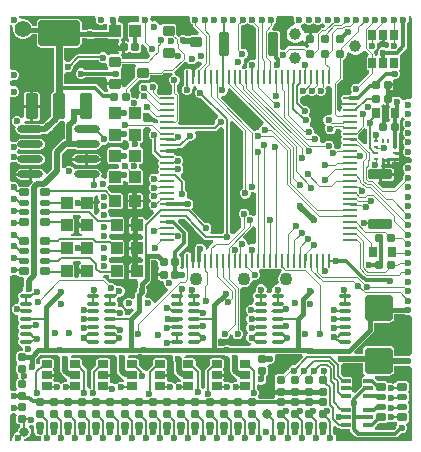
<source format=gtl>
G04*
G04 #@! TF.GenerationSoftware,Altium Limited,Altium Designer,23.4.1 (23)*
G04*
G04 Layer_Physical_Order=1*
G04 Layer_Color=255*
%FSLAX25Y25*%
%MOIN*%
G70*
G04*
G04 #@! TF.SameCoordinates,2A909AB2-6846-4FDE-AE5D-498660DCD786*
G04*
G04*
G04 #@! TF.FilePolarity,Positive*
G04*
G01*
G75*
%ADD11C,0.00984*%
%ADD12C,0.00787*%
%ADD19C,0.01968*%
%ADD20R,0.12992X0.00787*%
%ADD21R,0.06693X0.00787*%
%ADD22R,0.00787X0.12992*%
%ADD23R,0.05512X0.00787*%
%ADD24R,0.25197X0.00787*%
%ADD25R,0.00787X0.38189*%
%ADD26R,0.00787X0.09055*%
%ADD27R,0.00787X0.06299*%
%ADD28R,0.00787X0.24803*%
%ADD29R,0.00787X0.27559*%
%ADD30R,0.00787X0.14567*%
%ADD31R,0.00787X0.01575*%
G04:AMPARAMS|DCode=32|XSize=25.59mil|YSize=31.5mil|CornerRadius=2.56mil|HoleSize=0mil|Usage=FLASHONLY|Rotation=270.000|XOffset=0mil|YOffset=0mil|HoleType=Round|Shape=RoundedRectangle|*
%AMROUNDEDRECTD32*
21,1,0.02559,0.02638,0,0,270.0*
21,1,0.02047,0.03150,0,0,270.0*
1,1,0.00512,-0.01319,-0.01024*
1,1,0.00512,-0.01319,0.01024*
1,1,0.00512,0.01319,0.01024*
1,1,0.00512,0.01319,-0.01024*
%
%ADD32ROUNDEDRECTD32*%
G04:AMPARAMS|DCode=33|XSize=17.72mil|YSize=31.5mil|CornerRadius=1.77mil|HoleSize=0mil|Usage=FLASHONLY|Rotation=270.000|XOffset=0mil|YOffset=0mil|HoleType=Round|Shape=RoundedRectangle|*
%AMROUNDEDRECTD33*
21,1,0.01772,0.02795,0,0,270.0*
21,1,0.01417,0.03150,0,0,270.0*
1,1,0.00354,-0.01398,-0.00709*
1,1,0.00354,-0.01398,0.00709*
1,1,0.00354,0.01398,0.00709*
1,1,0.00354,0.01398,-0.00709*
%
%ADD33ROUNDEDRECTD33*%
G04:AMPARAMS|DCode=34|XSize=12.6mil|YSize=31.5mil|CornerRadius=1.26mil|HoleSize=0mil|Usage=FLASHONLY|Rotation=90.000|XOffset=0mil|YOffset=0mil|HoleType=Round|Shape=RoundedRectangle|*
%AMROUNDEDRECTD34*
21,1,0.01260,0.02898,0,0,90.0*
21,1,0.01008,0.03150,0,0,90.0*
1,1,0.00252,0.01449,0.00504*
1,1,0.00252,0.01449,-0.00504*
1,1,0.00252,-0.01449,-0.00504*
1,1,0.00252,-0.01449,0.00504*
%
%ADD34ROUNDEDRECTD34*%
%ADD35O,0.04724X0.00866*%
%ADD36O,0.00866X0.04724*%
%ADD37O,0.04331X0.01181*%
G04:AMPARAMS|DCode=38|XSize=23.62mil|YSize=35.43mil|CornerRadius=2.36mil|HoleSize=0mil|Usage=FLASHONLY|Rotation=180.000|XOffset=0mil|YOffset=0mil|HoleType=Round|Shape=RoundedRectangle|*
%AMROUNDEDRECTD38*
21,1,0.02362,0.03071,0,0,180.0*
21,1,0.01890,0.03543,0,0,180.0*
1,1,0.00472,-0.00945,0.01535*
1,1,0.00472,0.00945,0.01535*
1,1,0.00472,0.00945,-0.01535*
1,1,0.00472,-0.00945,-0.01535*
%
%ADD38ROUNDEDRECTD38*%
G04:AMPARAMS|DCode=39|XSize=27.56mil|YSize=23.62mil|CornerRadius=2.36mil|HoleSize=0mil|Usage=FLASHONLY|Rotation=90.000|XOffset=0mil|YOffset=0mil|HoleType=Round|Shape=RoundedRectangle|*
%AMROUNDEDRECTD39*
21,1,0.02756,0.01890,0,0,90.0*
21,1,0.02284,0.02362,0,0,90.0*
1,1,0.00472,0.00945,0.01142*
1,1,0.00472,0.00945,-0.01142*
1,1,0.00472,-0.00945,-0.01142*
1,1,0.00472,-0.00945,0.01142*
%
%ADD39ROUNDEDRECTD39*%
%ADD40R,0.01378X0.00984*%
%ADD41R,0.00984X0.01378*%
G04:AMPARAMS|DCode=42|XSize=31.5mil|YSize=78.74mil|CornerRadius=3.15mil|HoleSize=0mil|Usage=FLASHONLY|Rotation=90.000|XOffset=0mil|YOffset=0mil|HoleType=Round|Shape=RoundedRectangle|*
%AMROUNDEDRECTD42*
21,1,0.03150,0.07244,0,0,90.0*
21,1,0.02520,0.07874,0,0,90.0*
1,1,0.00630,0.03622,0.01260*
1,1,0.00630,0.03622,-0.01260*
1,1,0.00630,-0.03622,-0.01260*
1,1,0.00630,-0.03622,0.01260*
%
%ADD42ROUNDEDRECTD42*%
G04:AMPARAMS|DCode=43|XSize=27.56mil|YSize=23.62mil|CornerRadius=2.36mil|HoleSize=0mil|Usage=FLASHONLY|Rotation=180.000|XOffset=0mil|YOffset=0mil|HoleType=Round|Shape=RoundedRectangle|*
%AMROUNDEDRECTD43*
21,1,0.02756,0.01890,0,0,180.0*
21,1,0.02284,0.02362,0,0,180.0*
1,1,0.00472,-0.01142,0.00945*
1,1,0.00472,0.01142,0.00945*
1,1,0.00472,0.01142,-0.00945*
1,1,0.00472,-0.01142,-0.00945*
%
%ADD43ROUNDEDRECTD43*%
G04:AMPARAMS|DCode=44|XSize=23.62mil|YSize=35.43mil|CornerRadius=2.36mil|HoleSize=0mil|Usage=FLASHONLY|Rotation=270.000|XOffset=0mil|YOffset=0mil|HoleType=Round|Shape=RoundedRectangle|*
%AMROUNDEDRECTD44*
21,1,0.02362,0.03071,0,0,270.0*
21,1,0.01890,0.03543,0,0,270.0*
1,1,0.00472,-0.01535,-0.00945*
1,1,0.00472,-0.01535,0.00945*
1,1,0.00472,0.01535,0.00945*
1,1,0.00472,0.01535,-0.00945*
%
%ADD44ROUNDEDRECTD44*%
G04:AMPARAMS|DCode=45|XSize=35.43mil|YSize=37.4mil|CornerRadius=3.54mil|HoleSize=0mil|Usage=FLASHONLY|Rotation=270.000|XOffset=0mil|YOffset=0mil|HoleType=Round|Shape=RoundedRectangle|*
%AMROUNDEDRECTD45*
21,1,0.03543,0.03032,0,0,270.0*
21,1,0.02835,0.03740,0,0,270.0*
1,1,0.00709,-0.01516,-0.01417*
1,1,0.00709,-0.01516,0.01417*
1,1,0.00709,0.01516,0.01417*
1,1,0.00709,0.01516,-0.01417*
%
%ADD45ROUNDEDRECTD45*%
%ADD46O,0.08661X0.02362*%
G04:AMPARAMS|DCode=47|XSize=43.31mil|YSize=84.65mil|CornerRadius=4.33mil|HoleSize=0mil|Usage=FLASHONLY|Rotation=0.000|XOffset=0mil|YOffset=0mil|HoleType=Round|Shape=RoundedRectangle|*
%AMROUNDEDRECTD47*
21,1,0.04331,0.07598,0,0,0.0*
21,1,0.03465,0.08465,0,0,0.0*
1,1,0.00866,0.01732,-0.03799*
1,1,0.00866,-0.01732,-0.03799*
1,1,0.00866,-0.01732,0.03799*
1,1,0.00866,0.01732,0.03799*
%
%ADD47ROUNDEDRECTD47*%
G04:AMPARAMS|DCode=48|XSize=39.37mil|YSize=43.31mil|CornerRadius=3.94mil|HoleSize=0mil|Usage=FLASHONLY|Rotation=0.000|XOffset=0mil|YOffset=0mil|HoleType=Round|Shape=RoundedRectangle|*
%AMROUNDEDRECTD48*
21,1,0.03937,0.03543,0,0,0.0*
21,1,0.03150,0.04331,0,0,0.0*
1,1,0.00787,0.01575,-0.01772*
1,1,0.00787,-0.01575,-0.01772*
1,1,0.00787,-0.01575,0.01772*
1,1,0.00787,0.01575,0.01772*
%
%ADD48ROUNDEDRECTD48*%
G04:AMPARAMS|DCode=49|XSize=27.56mil|YSize=36.22mil|CornerRadius=2.76mil|HoleSize=0mil|Usage=FLASHONLY|Rotation=0.000|XOffset=0mil|YOffset=0mil|HoleType=Round|Shape=RoundedRectangle|*
%AMROUNDEDRECTD49*
21,1,0.02756,0.03071,0,0,0.0*
21,1,0.02205,0.03622,0,0,0.0*
1,1,0.00551,0.01102,-0.01535*
1,1,0.00551,-0.01102,-0.01535*
1,1,0.00551,-0.01102,0.01535*
1,1,0.00551,0.01102,0.01535*
%
%ADD49ROUNDEDRECTD49*%
G04:AMPARAMS|DCode=50|XSize=31.5mil|YSize=78.74mil|CornerRadius=3.15mil|HoleSize=0mil|Usage=FLASHONLY|Rotation=0.000|XOffset=0mil|YOffset=0mil|HoleType=Round|Shape=RoundedRectangle|*
%AMROUNDEDRECTD50*
21,1,0.03150,0.07244,0,0,0.0*
21,1,0.02520,0.07874,0,0,0.0*
1,1,0.00630,0.01260,-0.03622*
1,1,0.00630,-0.01260,-0.03622*
1,1,0.00630,-0.01260,0.03622*
1,1,0.00630,0.01260,0.03622*
%
%ADD50ROUNDEDRECTD50*%
G04:AMPARAMS|DCode=51|XSize=35.43mil|YSize=37.4mil|CornerRadius=3.54mil|HoleSize=0mil|Usage=FLASHONLY|Rotation=270.000|XOffset=0mil|YOffset=0mil|HoleType=Round|Shape=RoundedRectangle|*
%AMROUNDEDRECTD51*
21,1,0.03543,0.03032,0,0,270.0*
21,1,0.02835,0.03740,0,0,270.0*
1,1,0.00709,-0.01516,-0.01417*
1,1,0.00709,-0.01516,0.01417*
1,1,0.00709,0.01516,0.01417*
1,1,0.00709,0.01516,-0.01417*
%
%ADD51ROUNDEDRECTD51*%
G04:AMPARAMS|DCode=52|XSize=137.8mil|YSize=84.65mil|CornerRadius=8.47mil|HoleSize=0mil|Usage=FLASHONLY|Rotation=0.000|XOffset=0mil|YOffset=0mil|HoleType=Round|Shape=RoundedRectangle|*
%AMROUNDEDRECTD52*
21,1,0.13780,0.06772,0,0,0.0*
21,1,0.12087,0.08465,0,0,0.0*
1,1,0.01693,0.06043,-0.03386*
1,1,0.01693,-0.06043,-0.03386*
1,1,0.01693,-0.06043,0.03386*
1,1,0.01693,0.06043,0.03386*
%
%ADD52ROUNDEDRECTD52*%
G04:AMPARAMS|DCode=53|XSize=43.31mil|YSize=84.65mil|CornerRadius=4.33mil|HoleSize=0mil|Usage=FLASHONLY|Rotation=0.000|XOffset=0mil|YOffset=0mil|HoleType=Round|Shape=RoundedRectangle|*
%AMROUNDEDRECTD53*
21,1,0.04331,0.07599,0,0,0.0*
21,1,0.03465,0.08465,0,0,0.0*
1,1,0.00866,0.01732,-0.03799*
1,1,0.00866,-0.01732,-0.03799*
1,1,0.00866,-0.01732,0.03799*
1,1,0.00866,0.01732,0.03799*
%
%ADD53ROUNDEDRECTD53*%
%ADD54C,0.03150*%
G04:AMPARAMS|DCode=55|XSize=86.61mil|YSize=90.55mil|CornerRadius=8.66mil|HoleSize=0mil|Usage=FLASHONLY|Rotation=90.000|XOffset=0mil|YOffset=0mil|HoleType=Round|Shape=RoundedRectangle|*
%AMROUNDEDRECTD55*
21,1,0.08661,0.07323,0,0,90.0*
21,1,0.06929,0.09055,0,0,90.0*
1,1,0.01732,0.03661,0.03465*
1,1,0.01732,0.03661,-0.03465*
1,1,0.01732,-0.03661,-0.03465*
1,1,0.01732,-0.03661,0.03465*
%
%ADD55ROUNDEDRECTD55*%
%ADD84C,0.03100*%
%ADD85C,0.00492*%
%ADD86C,0.01575*%
%ADD87C,0.01181*%
%ADD88C,0.01260*%
%ADD89C,0.02362*%
%ADD90C,0.02362*%
%ADD91C,0.04331*%
%ADD92C,0.03900*%
%ADD93C,0.05512*%
G36*
X28560Y140945D02*
X28543Y140904D01*
Y140199D01*
X28813Y139548D01*
X29311Y139049D01*
X29963Y138779D01*
X30667D01*
X31319Y139049D01*
X31433Y139163D01*
X32375Y139146D01*
X32428Y139123D01*
X32528Y138858D01*
X32473Y138583D01*
Y137236D01*
X27654D01*
X27132Y137452D01*
X26427D01*
X25776Y137182D01*
X25679Y137085D01*
X23847D01*
Y139395D01*
X23735Y139956D01*
X23418Y140431D01*
X22943Y140749D01*
X22382Y140860D01*
X10295D01*
X9735Y140749D01*
X9259Y140431D01*
X8942Y139956D01*
X8830Y139395D01*
Y138413D01*
X7524D01*
X7449Y138693D01*
X7009Y139456D01*
X6385Y140079D01*
X5622Y140520D01*
X4771Y140748D01*
X3890D01*
X3740Y140708D01*
X3727Y140711D01*
X3636Y140945D01*
X4176Y141732D01*
X28034D01*
X28560Y140945D01*
D02*
G37*
G36*
X98546Y139106D02*
X98603Y139049D01*
X99254Y138779D01*
X99959D01*
X100610Y139049D01*
X100667Y139106D01*
X101181Y139493D01*
X101696Y139106D01*
X101752Y139049D01*
X102403Y138779D01*
X103108D01*
X103760Y139049D01*
X103816Y139106D01*
X104254Y139435D01*
X104749Y139129D01*
X104860Y138303D01*
X104385Y137784D01*
X104114D01*
X103788Y137718D01*
X103511Y137534D01*
X102153Y136176D01*
X101393Y136021D01*
X101201Y136061D01*
X100610Y136306D01*
Y134193D01*
X99626D01*
Y136306D01*
X98906Y136008D01*
X98840Y135942D01*
X98455Y136009D01*
X98013Y136228D01*
X97852Y136826D01*
X97466Y137495D01*
X96922Y138039D01*
X96911Y138111D01*
X97046Y138877D01*
X97460Y139049D01*
X97517Y139106D01*
X98032Y139493D01*
X98546Y139106D01*
D02*
G37*
G36*
X60057Y140945D02*
X60039Y140904D01*
Y140199D01*
X60309Y139548D01*
X60807Y139049D01*
X60958Y138987D01*
Y138646D01*
X61023Y138320D01*
X61208Y138043D01*
X63012Y136239D01*
X62686Y135452D01*
X60571D01*
X60202Y135378D01*
X59890Y135169D01*
X59869Y135138D01*
X58561D01*
X57978Y135379D01*
X57273D01*
X56622Y135110D01*
X56182Y134670D01*
X55314Y135538D01*
Y138228D01*
X55240Y138597D01*
X55032Y138910D01*
X54719Y139118D01*
X54350Y139192D01*
X51319D01*
X50950Y139118D01*
X50638Y138910D01*
X50499Y138703D01*
X50416Y138689D01*
X50013Y138700D01*
X49679Y138784D01*
X49492Y139234D01*
X48994Y139733D01*
X48342Y140002D01*
X47638D01*
X47380Y139896D01*
X47159Y139988D01*
X46654Y140428D01*
Y140904D01*
X46637Y140945D01*
X47163Y141732D01*
X59530D01*
X60057Y140945D01*
D02*
G37*
G36*
X124901Y133055D02*
X125354D01*
X125677Y133119D01*
X126281Y132778D01*
X126459Y132438D01*
X126378Y132242D01*
Y131537D01*
X125767Y131109D01*
X125405Y130980D01*
X124754Y131250D01*
X124049D01*
X123398Y130980D01*
X122900Y130482D01*
X122630Y129831D01*
Y129126D01*
X122689Y128982D01*
X122583Y128784D01*
X122544Y128742D01*
X122003Y128347D01*
X121522Y128610D01*
Y129175D01*
X121457Y129502D01*
X121670Y130384D01*
X121673Y130388D01*
X122171Y130886D01*
X122441Y131537D01*
Y132242D01*
X122363Y132431D01*
X122478Y132657D01*
X122527Y132706D01*
X123142Y133119D01*
X123465Y133055D01*
X123917D01*
Y135433D01*
X124901D01*
Y133055D01*
D02*
G37*
G36*
X43127Y140945D02*
X43110Y140904D01*
Y140199D01*
X42512Y139586D01*
X40170D01*
X39786Y139510D01*
X39460Y139292D01*
X39243Y138967D01*
X39166Y138583D01*
Y135039D01*
X39243Y134655D01*
X39460Y134330D01*
X39636Y134213D01*
X39797Y133594D01*
X39804Y133306D01*
X39629Y133149D01*
X39400D01*
X39377Y133158D01*
X39118Y133332D01*
X38795Y133396D01*
X38342D01*
Y131411D01*
X37850D01*
D01*
X38342D01*
Y129426D01*
X38795D01*
X39118Y129490D01*
X39377Y129664D01*
X39400Y129673D01*
X40238D01*
X40260Y129664D01*
X40520Y129490D01*
X40842Y129426D01*
X42732D01*
X43055Y129490D01*
X43328Y129673D01*
X43511Y129947D01*
X43575Y130269D01*
Y132131D01*
X44017Y132360D01*
X44362Y132412D01*
X45669Y131104D01*
X45638Y131027D01*
Y130323D01*
X45907Y129672D01*
X46406Y129173D01*
X46517Y128275D01*
X45657Y127415D01*
X37392D01*
Y127980D01*
X37318Y128348D01*
X37124Y128639D01*
X37150Y128774D01*
X37358Y129361D01*
Y130919D01*
X36062D01*
Y130269D01*
X36126Y129947D01*
X36271Y129730D01*
X36205Y129438D01*
X35985Y128943D01*
X33397D01*
X33028Y128870D01*
X32891Y128778D01*
X32637Y128855D01*
X32138Y129353D01*
X31487Y129623D01*
X30782D01*
X30131Y129353D01*
X29705Y128926D01*
X22706D01*
X22322Y128850D01*
X21997Y128632D01*
X19794Y126430D01*
X19627Y126499D01*
X18922D01*
X18145Y127029D01*
Y131158D01*
X22382D01*
X22943Y131270D01*
X23418Y131588D01*
X23735Y132063D01*
X23847Y132624D01*
Y134275D01*
X25679D01*
X25776Y134178D01*
X26427Y133908D01*
X27132D01*
X27783Y134178D01*
X28031Y134426D01*
X32703D01*
X32767Y134330D01*
X33093Y134112D01*
X33477Y134036D01*
X36327D01*
X36414Y133797D01*
X36458Y133248D01*
X36309Y133149D01*
X36126Y132875D01*
X36062Y132553D01*
Y131903D01*
X37358D01*
Y133396D01*
X37247D01*
X37127Y133758D01*
X37116Y134183D01*
X37336Y134330D01*
X37554Y134655D01*
X37630Y135039D01*
Y138583D01*
X37554Y138967D01*
X37336Y139292D01*
X37010Y139510D01*
X36626Y139586D01*
X36433D01*
X36024Y140199D01*
Y140904D01*
X36007Y140945D01*
X36533Y141732D01*
X42601D01*
X43127Y140945D01*
D02*
G37*
G36*
X94702D02*
X94685Y140904D01*
Y140199D01*
X94955Y139548D01*
X95088Y139415D01*
X94762Y138627D01*
X94732D01*
X93986Y138427D01*
X93317Y138041D01*
X92770Y137495D01*
X92384Y136826D01*
X92184Y136079D01*
Y135307D01*
X92384Y134560D01*
X92770Y133891D01*
X93317Y133345D01*
X93986Y132959D01*
X94732Y132759D01*
X95504D01*
X96251Y132959D01*
X96920Y133345D01*
X97235Y133660D01*
X97287Y133668D01*
X98038Y133507D01*
X98103Y133463D01*
X98304Y132981D01*
X98906Y132378D01*
X99610Y132087D01*
X99653Y131693D01*
X99610Y131299D01*
X98909Y131009D01*
X98490Y131427D01*
X98213Y131612D01*
X97887Y131677D01*
X93087D01*
X92760Y131612D01*
X92484Y131427D01*
X91545Y130489D01*
X91395Y130551D01*
X90690D01*
X89983Y131111D01*
Y131355D01*
X89977Y131383D01*
Y135962D01*
X89907Y136315D01*
X89707Y136615D01*
X89407Y136815D01*
X89054Y136885D01*
X87615D01*
X87289Y137672D01*
X87611Y137994D01*
X87796Y138271D01*
X87861Y138597D01*
Y138987D01*
X88011Y139049D01*
X88510Y139548D01*
X88779Y140199D01*
Y140904D01*
X88762Y140945D01*
X89289Y141732D01*
X94176D01*
X94702Y140945D01*
D02*
G37*
G36*
X119515Y129124D02*
X119445Y128617D01*
X119317Y128242D01*
X119128Y128116D01*
X118946Y127842D01*
X118881Y127520D01*
Y124449D01*
X118946Y124126D01*
X119128Y123853D01*
X119402Y123670D01*
X119505Y123650D01*
X119671Y122897D01*
X119667Y122842D01*
X115956Y119131D01*
X115805Y119193D01*
X115100D01*
X114449Y118923D01*
X113951Y118425D01*
X113681Y117774D01*
Y117069D01*
X113951Y116418D01*
X114048Y116320D01*
X113722Y115533D01*
X113226D01*
X112765Y115441D01*
X112724Y115414D01*
X111297D01*
X110898Y115334D01*
X110559Y115108D01*
X110333Y114769D01*
X110253Y114370D01*
X110333Y113971D01*
X110559Y113632D01*
X110559Y113140D01*
X110395Y112894D01*
X113226D01*
Y111909D01*
X110395D01*
X110559Y111664D01*
X110559Y111171D01*
X110333Y110833D01*
X110253Y110433D01*
X110285Y110274D01*
X109852Y109640D01*
X109146Y110282D01*
Y118991D01*
X110721Y120567D01*
X110906Y120844D01*
X110971Y121170D01*
Y127229D01*
X111331Y127378D01*
X111933Y127980D01*
X112259Y128767D01*
Y129289D01*
X113046Y129615D01*
X113317Y129345D01*
X113986Y128959D01*
X114732Y128759D01*
X115505D01*
X116251Y128959D01*
X116920Y129345D01*
X117466Y129891D01*
X117541Y130021D01*
X117559Y130035D01*
X118511Y130127D01*
X119515Y129124D01*
D02*
G37*
G36*
X63151Y126559D02*
X63611D01*
X63994Y125829D01*
X62548Y124383D01*
X62495Y124303D01*
X62117Y124099D01*
X61566Y124082D01*
X61553Y124091D01*
Y121260D01*
X60569D01*
Y124091D01*
X60323Y123927D01*
X59830Y123927D01*
X59492Y124153D01*
X59092Y124233D01*
X58693Y124153D01*
X58354Y123927D01*
X58128Y123588D01*
X58049Y123189D01*
Y119331D01*
X58104Y119053D01*
Y118681D01*
X57982Y118631D01*
X57484Y118132D01*
X57214Y117481D01*
Y116776D01*
X57484Y116125D01*
X57982Y115627D01*
X58634Y115357D01*
X59338D01*
X59989Y115627D01*
X60488Y116125D01*
X60757Y116776D01*
Y117481D01*
X60729Y117550D01*
X60836Y117788D01*
X61260Y118327D01*
X61460Y118367D01*
X61629Y118479D01*
X62049Y118339D01*
X62127Y118176D01*
X62209Y117471D01*
X61884Y117145D01*
X61614Y116494D01*
Y115789D01*
X61884Y115138D01*
X62382Y114640D01*
X63033Y114370D01*
X63738D01*
X63738Y114370D01*
X69275Y108833D01*
X69167Y107936D01*
X68669Y107437D01*
X68399Y106786D01*
Y106081D01*
X68399Y106081D01*
X67807Y105490D01*
X56371D01*
X56045Y106277D01*
X56151Y106383D01*
X56336Y106659D01*
X56401Y106986D01*
Y115444D01*
X56336Y115770D01*
X56151Y116047D01*
X55616Y116582D01*
Y118782D01*
X55766Y118845D01*
X56265Y119343D01*
X56534Y119994D01*
Y120699D01*
X56265Y121350D01*
X55766Y121849D01*
X55115Y122118D01*
X55050D01*
X54945Y122257D01*
X54696Y123037D01*
X58146Y126487D01*
X59035Y126399D01*
X59533Y125900D01*
X60184Y125631D01*
X60889D01*
X61540Y125900D01*
X62038Y126399D01*
X62985Y126627D01*
X63151Y126559D01*
D02*
G37*
G36*
X79648Y139106D02*
X79705Y139049D01*
X80356Y138779D01*
X80838D01*
X81876Y137742D01*
Y127567D01*
X81162Y127011D01*
X80457D01*
X79806Y126741D01*
X79308Y126242D01*
X79038Y125591D01*
Y124984D01*
X78977Y124809D01*
X78481Y124174D01*
X78378Y124153D01*
X78098Y123966D01*
X77324Y124166D01*
X77289Y124257D01*
X77237Y124646D01*
X77255Y124947D01*
X77585Y125276D01*
X77854Y125927D01*
Y126632D01*
X77836Y127303D01*
X78487Y127572D01*
X78985Y128071D01*
X79255Y128722D01*
Y129427D01*
X78985Y130078D01*
X78487Y130576D01*
X77836Y130846D01*
X77131D01*
X76886Y131573D01*
Y138060D01*
X77207Y138779D01*
X77912D01*
X78563Y139049D01*
X78619Y139106D01*
X79134Y139493D01*
X79648Y139106D01*
D02*
G37*
G36*
X1021Y138006D02*
X1025Y137992D01*
X984Y137842D01*
Y136961D01*
X1212Y136110D01*
X1653Y135347D01*
X2276Y134724D01*
X3039Y134283D01*
X3890Y134055D01*
X4771D01*
X5622Y134283D01*
X6385Y134724D01*
X7009Y135347D01*
X7156Y135603D01*
X8830D01*
Y132624D01*
X8942Y132063D01*
X9259Y131588D01*
X9735Y131270D01*
X10295Y131158D01*
X14532D01*
Y117407D01*
Y116428D01*
X14207Y116364D01*
X13868Y116137D01*
X13642Y115799D01*
X13563Y115399D01*
Y110473D01*
X13552Y110419D01*
X13552Y110419D01*
Y108064D01*
X12077Y106589D01*
X11676Y106423D01*
X11178Y105925D01*
X11087Y105706D01*
X11021Y105640D01*
X10473D01*
X9843Y105765D01*
X5215D01*
X4711Y106445D01*
X5152Y106837D01*
X5551Y106757D01*
X6791D01*
Y111108D01*
X4507D01*
Y108172D01*
X3720Y107846D01*
X3464Y108102D01*
X2813Y108371D01*
X2108D01*
X1457Y108102D01*
X959Y107603D01*
X787Y107190D01*
X0Y107346D01*
Y114255D01*
X787Y114781D01*
X829Y114764D01*
X1534D01*
X2185Y115033D01*
X2683Y115532D01*
X2953Y116183D01*
Y116888D01*
X2683Y117539D01*
X2185Y118037D01*
X1534Y118307D01*
X829D01*
X787Y118290D01*
X0Y118816D01*
Y119767D01*
X787Y120293D01*
X829Y120276D01*
X1534D01*
X2185Y120545D01*
X2683Y121044D01*
X2953Y121695D01*
Y122400D01*
X2683Y123051D01*
X2185Y123549D01*
X1534Y123819D01*
X829D01*
X787Y123802D01*
X0Y124328D01*
Y137556D01*
X787Y138096D01*
X1021Y138006D01*
D02*
G37*
G36*
X29633Y126848D02*
X30131Y126349D01*
X30782Y126079D01*
X31487D01*
X31646Y126145D01*
X32434Y125619D01*
Y125145D01*
X32507Y124776D01*
X32679Y124518D01*
X32616Y124235D01*
X32395Y123731D01*
X24935D01*
X24669Y123998D01*
X24018Y124267D01*
X23313D01*
X22662Y123998D01*
X22163Y123499D01*
X21894Y122848D01*
Y122143D01*
X22163Y121492D01*
X22662Y120994D01*
X23313Y120724D01*
X24018D01*
X24669Y120994D01*
X24998Y121323D01*
X31863D01*
X31995Y121229D01*
X32441Y120535D01*
X32433Y120499D01*
Y119574D01*
X34913D01*
X37392D01*
Y120499D01*
X37318Y120868D01*
X37110Y121180D01*
X36845Y121511D01*
X37067Y122083D01*
X37105Y122174D01*
Y122879D01*
X36862Y123465D01*
X36852Y123597D01*
X37053Y124426D01*
X37110Y124464D01*
X37318Y124776D01*
X37392Y125145D01*
Y125709D01*
X41731D01*
X41969Y124922D01*
X41968Y124921D01*
X41759Y124608D01*
X41685Y124239D01*
Y121549D01*
X38179Y118043D01*
X37653Y118171D01*
X37392Y118347D01*
Y118590D01*
X34913D01*
X32433D01*
Y117665D01*
X32507Y117296D01*
X32650Y117081D01*
X32538Y116666D01*
X32372Y116369D01*
X31599Y116310D01*
X29257Y118652D01*
X28866Y118913D01*
X28405Y119005D01*
X28405Y119005D01*
X18145D01*
Y122425D01*
X18922Y122956D01*
X19627D01*
X20278Y123225D01*
X20777Y123724D01*
X21046Y124375D01*
Y124844D01*
X23122Y126919D01*
X29603D01*
X29633Y126848D01*
D02*
G37*
G36*
X54189Y122026D02*
X53759Y121849D01*
X53261Y121350D01*
X52991Y120699D01*
Y119994D01*
X53261Y119343D01*
X53759Y118845D01*
X53910Y118782D01*
Y116228D01*
X53915Y116201D01*
X53495Y115525D01*
X53354Y115414D01*
X50273D01*
X49874Y115334D01*
X49795Y115281D01*
X49104Y115972D01*
X49061Y117034D01*
X49330Y117685D01*
Y118389D01*
X49061Y119041D01*
X48562Y119539D01*
X47911Y119809D01*
X47206D01*
X46555Y119539D01*
X46479Y119462D01*
X45616Y119270D01*
X44964Y119540D01*
X44260D01*
X43608Y119270D01*
X43110Y118772D01*
X42840Y118121D01*
Y117416D01*
X43110Y116765D01*
X43596Y116279D01*
X43237Y115920D01*
X42967Y115269D01*
Y114632D01*
X42726Y114429D01*
X42600Y114359D01*
X42265Y114203D01*
X41646Y114459D01*
X40941D01*
X40435Y114797D01*
Y115838D01*
X40371Y116160D01*
X40188Y116434D01*
X40133Y116471D01*
X39948Y117204D01*
X39959Y117411D01*
X42990Y120441D01*
X45680D01*
X46049Y120515D01*
X46362Y120723D01*
X46570Y121036D01*
X46644Y121405D01*
Y121969D01*
X50474D01*
X50800Y122034D01*
X51077Y122219D01*
X51645Y122787D01*
X54093D01*
X54189Y122026D01*
D02*
G37*
G36*
X106336Y118287D02*
X106652Y118350D01*
X106813Y118315D01*
X107440Y117890D01*
Y109303D01*
X107166Y109017D01*
X106723Y108748D01*
X106577Y108808D01*
X105872D01*
X105221Y108539D01*
X104723Y108040D01*
X104453Y107389D01*
Y106684D01*
X104723Y106033D01*
X105221Y105535D01*
X105144Y104714D01*
X105007Y104382D01*
Y103678D01*
X105276Y103026D01*
X105775Y102528D01*
X106426Y102258D01*
X107131D01*
X107782Y102528D01*
X108280Y103026D01*
X108550Y103678D01*
Y104155D01*
X109923D01*
X110559Y103464D01*
Y103297D01*
X110333Y102958D01*
X110253Y102559D01*
X110333Y102160D01*
X110559Y101821D01*
X110559Y101329D01*
X110333Y100990D01*
X110253Y100591D01*
X110333Y100191D01*
X110559Y99853D01*
X110559Y99360D01*
X110333Y99021D01*
X110253Y98622D01*
X110327Y98252D01*
X110330Y98219D01*
X109892Y97465D01*
X108842D01*
X108713Y97439D01*
X108689Y97463D01*
X108614Y97495D01*
X107996Y98061D01*
Y98766D01*
X107727Y99417D01*
X107228Y99916D01*
X106577Y100185D01*
X105872D01*
X105221Y99916D01*
X104723Y99417D01*
X104707Y99379D01*
X103794D01*
X103268Y100166D01*
X103297Y100237D01*
Y100942D01*
X103027Y101593D01*
X102529Y102091D01*
X102024Y102301D01*
X101378Y102797D01*
Y103502D01*
X101108Y104153D01*
X100610Y104651D01*
X100065Y104877D01*
X99897Y105333D01*
X99841Y105709D01*
X100106Y105973D01*
X100375Y106625D01*
Y107329D01*
X100106Y107981D01*
X99607Y108479D01*
X99792Y109255D01*
X99972Y109689D01*
Y110394D01*
X99702Y111045D01*
X99203Y111544D01*
X98552Y111813D01*
X97847D01*
X97847Y111813D01*
X96673Y112988D01*
Y114513D01*
X97386Y115069D01*
X98091D01*
X98742Y115339D01*
X99209Y115806D01*
X99677Y115339D01*
X100328Y115069D01*
X101033D01*
X101684Y115339D01*
X102135Y115790D01*
X102585Y115339D01*
X103236Y115069D01*
X103941D01*
X104592Y115339D01*
X105091Y115838D01*
X105360Y116489D01*
Y117193D01*
X105143Y117719D01*
X105156Y117738D01*
X105192Y117918D01*
X105725Y118277D01*
X105848Y118329D01*
X106008Y118352D01*
X106336Y118287D01*
D02*
G37*
G36*
X133858Y141026D02*
Y114485D01*
X133071Y113959D01*
X133030Y113976D01*
X132325D01*
X131674Y113707D01*
X131605Y113638D01*
X130704Y113851D01*
X130607Y114084D01*
X130109Y114583D01*
X129458Y114853D01*
X128753D01*
X128435Y114721D01*
X127647Y115157D01*
Y115315D01*
X127583Y115638D01*
X127401Y115911D01*
X127127Y116094D01*
X126804Y116158D01*
Y116913D01*
X127127Y116977D01*
X127401Y117160D01*
X127583Y117433D01*
X127647Y117756D01*
Y118405D01*
X125859D01*
Y119390D01*
X127647D01*
Y120039D01*
X127647Y120040D01*
X127659Y120084D01*
X128135Y120701D01*
X128244Y120768D01*
X128547D01*
X129198Y121037D01*
X129697Y121536D01*
X129966Y122187D01*
Y122892D01*
X129697Y123543D01*
X129663Y123576D01*
X129691Y123853D01*
X129873Y124126D01*
X129938Y124449D01*
Y127520D01*
X129873Y127842D01*
X129848Y128475D01*
X130012Y128848D01*
X131954Y130789D01*
X131954Y130789D01*
X132215Y131180D01*
X132307Y131641D01*
X132307Y131641D01*
Y139250D01*
X132604Y139548D01*
X132874Y140199D01*
Y140502D01*
X133549Y141090D01*
X133601Y141104D01*
X133858Y141026D01*
D02*
G37*
G36*
X126352Y112031D02*
X126402Y111961D01*
X126587Y111401D01*
X126500Y111271D01*
X126433Y110933D01*
Y107862D01*
X126500Y107524D01*
X126692Y107238D01*
X126231Y106618D01*
X125997Y106364D01*
X125940D01*
X125918Y106373D01*
X125658Y106547D01*
X125335Y106611D01*
X124302D01*
X124145Y106827D01*
X123953Y107398D01*
X124038Y107524D01*
X124105Y107862D01*
Y110933D01*
X124038Y111271D01*
X123846Y111557D01*
X123803Y111788D01*
X124261Y112435D01*
X124310D01*
X124332Y112426D01*
X124592Y112253D01*
X124915Y112188D01*
X125367D01*
Y114173D01*
X126352D01*
Y112031D01*
D02*
G37*
G36*
X47946Y107820D02*
X48223Y107635D01*
X48549Y107570D01*
X48813D01*
X49161Y107097D01*
X49287Y106783D01*
X49230Y106496D01*
X49309Y106097D01*
X49255Y106024D01*
X48213Y105952D01*
X48056Y106109D01*
X47779Y106294D01*
X47453Y106359D01*
X44634D01*
X44241Y107147D01*
X44246Y107155D01*
X44323Y107539D01*
Y109091D01*
X45110Y109617D01*
X45264Y109553D01*
X45969D01*
X46142Y109625D01*
X47946Y107820D01*
D02*
G37*
G36*
X84499Y106456D02*
X84501Y106239D01*
X84269Y105573D01*
X83854Y105401D01*
X83356Y104903D01*
X83086Y104251D01*
Y103642D01*
X82423D01*
X81772Y103372D01*
X81290Y103479D01*
X70371Y114398D01*
X70730Y115153D01*
X71156D01*
X71807Y115422D01*
X72305Y115921D01*
X72575Y116572D01*
Y117266D01*
X72606Y117296D01*
X73250Y117705D01*
X84499Y106456D01*
D02*
G37*
G36*
X18214Y106401D02*
X18370Y106014D01*
X18301Y105910D01*
X18178Y105296D01*
X18178Y105296D01*
Y100676D01*
X17693Y100580D01*
X17172Y100231D01*
X17172Y100231D01*
X14613Y97672D01*
X14265Y97151D01*
X14142Y96537D01*
X14142Y96536D01*
Y90720D01*
X12393Y88971D01*
X11586Y89277D01*
X11512Y89650D01*
X11120Y90236D01*
X10534Y90628D01*
X9843Y90765D01*
X7186D01*
Y88959D01*
Y87132D01*
X7503Y86365D01*
X6849Y85711D01*
X6501Y85190D01*
X6043Y84859D01*
X3406D01*
X2984Y84989D01*
X2757Y85472D01*
X2683Y85649D01*
X2185Y86148D01*
X1534Y86417D01*
X829D01*
X787Y86400D01*
X0Y86926D01*
Y92601D01*
X787Y93127D01*
X829Y93110D01*
X1534D01*
X1883Y93255D01*
X2266Y92681D01*
X2853Y92290D01*
X3544Y92153D01*
X9843D01*
X10534Y92290D01*
X11120Y92681D01*
X11512Y93268D01*
X11649Y93959D01*
X11512Y94650D01*
X11120Y95236D01*
X10534Y95628D01*
X9843Y95765D01*
X3544D01*
X2853Y95628D01*
X2781Y95649D01*
X2683Y95885D01*
X2626Y95942D01*
X2239Y96457D01*
X2626Y96971D01*
X2683Y97028D01*
X2783Y97269D01*
X2853Y97290D01*
X3544Y97153D01*
X9843D01*
X10534Y97290D01*
X11120Y97681D01*
X11512Y98268D01*
X11649Y98959D01*
X11512Y99650D01*
X11120Y100236D01*
X10534Y100628D01*
X9843Y100765D01*
X3544D01*
X2852Y100628D01*
X2266Y100236D01*
X1881Y99659D01*
X1534Y99803D01*
X829D01*
X787Y99786D01*
X0Y100312D01*
Y105853D01*
X787Y106010D01*
X959Y105596D01*
X1457Y105098D01*
X1780Y104964D01*
X1875Y104650D01*
X1737Y103959D01*
X1875Y103268D01*
X2266Y102682D01*
X2853Y102290D01*
X3544Y102153D01*
X9843D01*
X10534Y102290D01*
X10741Y102428D01*
X11686D01*
X11686Y102428D01*
X12300Y102551D01*
X12821Y102899D01*
X13101Y103178D01*
X13683Y103419D01*
X14182Y103918D01*
X14347Y104318D01*
X16293Y106264D01*
X16623Y106757D01*
X17920D01*
X18214Y106401D01*
D02*
G37*
G36*
X69818Y104662D02*
X70523D01*
X71261Y104116D01*
Y69586D01*
X71261Y69586D01*
X70763Y69088D01*
X70763Y69088D01*
X66945D01*
X66619Y69875D01*
X66827Y70084D01*
X67097Y70735D01*
Y71439D01*
X66827Y72091D01*
X66329Y72589D01*
X65678Y72859D01*
X64973D01*
X64973Y72859D01*
X60329Y77503D01*
X60819Y77994D01*
X61089Y78645D01*
Y79349D01*
X60819Y80001D01*
X60321Y80499D01*
X59670Y80769D01*
X59375D01*
X59302Y80828D01*
X58903Y81531D01*
X59056Y81899D01*
Y82604D01*
X58786Y83255D01*
X58287Y83753D01*
X58287Y83754D01*
Y86417D01*
X58211Y86801D01*
X57993Y87127D01*
X56905Y88215D01*
X57009Y89110D01*
X57507Y89608D01*
X57777Y90259D01*
Y90964D01*
X57507Y91615D01*
X57020Y92102D01*
X57378Y92459D01*
X57648Y93111D01*
Y93815D01*
X57378Y94467D01*
X56880Y94965D01*
X56228Y95235D01*
X55579D01*
X55466Y95286D01*
X54870Y95816D01*
Y95916D01*
X55034Y96161D01*
X52202D01*
Y97146D01*
X55362D01*
X55540Y97443D01*
X55693Y97577D01*
X56686D01*
X57070Y97653D01*
X57396Y97871D01*
X59588Y100063D01*
X59747Y99997D01*
X60452D01*
X61103Y100267D01*
X61601Y100765D01*
X61871Y101416D01*
Y102121D01*
X61633Y102695D01*
X61768Y103066D01*
X62004Y103483D01*
X68223D01*
X68607Y103559D01*
X68932Y103777D01*
X69818Y104662D01*
X69818Y104662D01*
D02*
G37*
G36*
X39243Y100068D02*
X39460Y99743D01*
X39786Y99525D01*
X39792Y99512D01*
X39716Y99329D01*
Y98624D01*
X39786Y97838D01*
X39460Y97619D01*
X39243Y97293D01*
X38455Y96948D01*
X37750D01*
X37554Y97293D01*
X37336Y97619D01*
X37010Y97836D01*
X36626Y97913D01*
X33477D01*
X33093Y97836D01*
X32767Y97619D01*
X32550Y97293D01*
X32473Y96909D01*
Y93366D01*
X32550Y92982D01*
X32767Y92656D01*
X33093Y92439D01*
X33477Y92362D01*
X35780D01*
X36428Y92044D01*
X36458Y91287D01*
X35836Y90826D01*
X33477D01*
X33093Y90750D01*
X32767Y90532D01*
X32550Y90207D01*
X32473Y89823D01*
Y87878D01*
X32339Y87738D01*
X31686Y87417D01*
X31283Y87584D01*
X30900D01*
X30458Y88200D01*
X30423Y88288D01*
X30418Y88311D01*
X30547Y88959D01*
X30409Y89650D01*
X30018Y90236D01*
X29432Y90628D01*
X28741Y90765D01*
X22441D01*
X21750Y90628D01*
X21308Y90762D01*
X21181Y91069D01*
X20683Y91567D01*
X20031Y91837D01*
X19327D01*
X18676Y91567D01*
X18177Y91069D01*
X18141Y90981D01*
X17354Y91138D01*
Y95872D01*
X18956Y97474D01*
X19136Y97400D01*
X19573D01*
X19807Y97353D01*
X19807Y97353D01*
X21655D01*
X21750Y97290D01*
X22441Y97153D01*
X28741D01*
X29432Y97290D01*
X30018Y97681D01*
X30409Y98268D01*
X30901Y98834D01*
X31606Y98834D01*
X32257Y99103D01*
X32755Y99602D01*
X32909Y99648D01*
X33093Y99525D01*
X33477Y99449D01*
X36626D01*
X37010Y99525D01*
X37336Y99743D01*
X37554Y100068D01*
X37717Y100419D01*
X38478Y100479D01*
X39243Y100068D01*
D02*
G37*
G36*
X118598Y104128D02*
X118878Y103943D01*
Y99231D01*
X118151Y98930D01*
X116127Y100954D01*
X116120Y100990D01*
X115893Y101329D01*
X115893Y101821D01*
X116120Y102160D01*
X116148Y102304D01*
X118091Y104247D01*
X118598Y104128D01*
D02*
G37*
G36*
X131562Y107404D02*
X131232Y106966D01*
X131175Y106909D01*
X130905Y106258D01*
Y105553D01*
X131175Y104902D01*
X131232Y104845D01*
X131619Y104331D01*
X131232Y103816D01*
X131175Y103760D01*
X130905Y103108D01*
Y102403D01*
X131175Y101752D01*
X131232Y101696D01*
X131619Y101181D01*
X131232Y100667D01*
X131175Y100610D01*
X130905Y99959D01*
Y99254D01*
X131175Y98603D01*
X131232Y98546D01*
X131619Y98032D01*
X131232Y97517D01*
X131175Y97460D01*
X130905Y96809D01*
Y96104D01*
X131175Y95453D01*
X131674Y94955D01*
X132325Y94685D01*
X133030D01*
X133071Y94702D01*
X133858Y94176D01*
Y93226D01*
X133071Y92699D01*
X133030Y92716D01*
X132325D01*
X131674Y92447D01*
X131175Y91948D01*
X130905Y91297D01*
Y90592D01*
X131175Y89941D01*
X131232Y89885D01*
X131619Y89370D01*
X131232Y88856D01*
X131175Y88799D01*
X130905Y88148D01*
Y87443D01*
X130968Y87292D01*
X127993Y84318D01*
X124285D01*
X122537Y86066D01*
X122838Y86793D01*
X122919D01*
Y88976D01*
X123411D01*
Y89468D01*
X127957D01*
Y90236D01*
X127886Y90589D01*
X127686Y90889D01*
X127387Y91089D01*
X127033Y91159D01*
X124145D01*
X123676Y91759D01*
X123873Y92547D01*
X125659D01*
Y93826D01*
X126643D01*
Y92547D01*
X127234D01*
Y92940D01*
X127824D01*
Y94023D01*
X128316D01*
Y94515D01*
X129596D01*
Y95499D01*
X128316D01*
Y96484D01*
X129596D01*
Y96877D01*
Y101011D01*
X129526D01*
Y102692D01*
X129595Y102706D01*
X129868Y102889D01*
X130051Y103162D01*
X130115Y103484D01*
Y105768D01*
X130051Y106091D01*
X129938Y106259D01*
X129910Y106540D01*
X130062Y107182D01*
X130145Y107238D01*
X130337Y107524D01*
X130404Y107862D01*
X131098Y108033D01*
X131125Y108033D01*
X131562Y107404D01*
D02*
G37*
G36*
X47139Y103882D02*
X47108Y103635D01*
X46610Y103137D01*
X46340Y102486D01*
Y101781D01*
X46610Y101130D01*
X47108Y100631D01*
X47168Y100606D01*
Y96745D01*
X47245Y96361D01*
X47462Y96035D01*
X49272Y94226D01*
X49535Y93454D01*
X49309Y93116D01*
X49230Y92716D01*
X49309Y92317D01*
X49535Y91979D01*
X49535Y91486D01*
X49309Y91147D01*
X49230Y90748D01*
X49309Y90349D01*
X49535Y90010D01*
X49535Y89870D01*
X48881Y89196D01*
X48513Y89210D01*
X48483Y89223D01*
X47778D01*
X47127Y88953D01*
X46628Y88455D01*
X46359Y87803D01*
Y87099D01*
X46620Y86468D01*
X46628Y86447D01*
X46630Y86446D01*
X47126Y85948D01*
X46630Y85450D01*
X46628Y85448D01*
X46620Y85427D01*
X46359Y84797D01*
Y84092D01*
X46628Y83441D01*
X47052Y83018D01*
X46628Y82594D01*
X46359Y81943D01*
Y81238D01*
X46628Y80587D01*
X47052Y80163D01*
X46628Y79740D01*
X46359Y79089D01*
Y78384D01*
X46628Y77733D01*
X47127Y77234D01*
X47778Y76965D01*
X47778D01*
X48104Y76177D01*
X45525Y73598D01*
X44750Y73937D01*
X44724Y74070D01*
X44507Y74395D01*
X44181Y74613D01*
X43797Y74689D01*
X42714D01*
Y71914D01*
Y69139D01*
X43797D01*
X44368Y68466D01*
Y67751D01*
X43797Y67078D01*
X42714D01*
Y64303D01*
Y61527D01*
X43797D01*
X44270Y60819D01*
Y60175D01*
X43797Y59466D01*
X42714D01*
Y56691D01*
X42222D01*
Y56199D01*
X39644D01*
Y54919D01*
X39720Y54535D01*
X39938Y54210D01*
X40263Y53992D01*
X40647Y53916D01*
X42372D01*
X42752Y53128D01*
X42649Y52974D01*
X42542Y52436D01*
Y51101D01*
X42445Y51004D01*
X42175Y50352D01*
Y50002D01*
X41920Y49747D01*
X41615Y49291D01*
X41508Y48753D01*
Y47618D01*
X40721Y47291D01*
X40504Y47508D01*
X39853Y47778D01*
X39149D01*
X38497Y47508D01*
X37999Y47010D01*
X37729Y46358D01*
Y45654D01*
X37999Y45003D01*
X38497Y44504D01*
X39149Y44234D01*
X39853D01*
X40280Y44411D01*
X40960Y44159D01*
X41138Y44024D01*
X41194Y43673D01*
X39529Y42008D01*
X38610Y42052D01*
X38288Y42463D01*
Y43167D01*
X38018Y43819D01*
X37519Y44317D01*
X36868Y44587D01*
X36355D01*
X35988Y45060D01*
X35894Y45314D01*
X35955Y45405D01*
X36047Y45866D01*
X35955Y46327D01*
X35703Y46705D01*
X35694Y46718D01*
Y47536D01*
X36120Y48184D01*
X36735D01*
X37386Y48454D01*
X37885Y48952D01*
X38155Y49604D01*
Y50308D01*
X37885Y50959D01*
X37386Y51458D01*
X36735Y51728D01*
X36030D01*
X35992Y51712D01*
X35087Y51910D01*
X34588Y52409D01*
X33937Y52678D01*
X33232D01*
X33121Y52632D01*
X31509Y54245D01*
X31232Y54430D01*
X31097Y54457D01*
X31174Y55244D01*
X32951D01*
Y54919D01*
X33027Y54535D01*
X33245Y54210D01*
X33570Y53992D01*
X33955Y53916D01*
X37104D01*
X37488Y53992D01*
X37814Y54210D01*
X38031Y54535D01*
X38108Y54919D01*
Y58463D01*
X38031Y58847D01*
X37814Y59172D01*
X37488Y59390D01*
X37104Y59466D01*
X33955D01*
X33679Y59411D01*
X32910Y59800D01*
X32845Y60198D01*
X33115Y60849D01*
Y60961D01*
X33208Y61093D01*
X33902Y61538D01*
X33955Y61527D01*
X37104D01*
X37488Y61604D01*
X37814Y61821D01*
X38031Y62147D01*
X38108Y62531D01*
Y66074D01*
X38031Y66458D01*
X37814Y66784D01*
X37488Y67001D01*
X37104Y67078D01*
X34173D01*
X34139Y67112D01*
X33813Y67330D01*
X33461Y67400D01*
X33426Y67411D01*
X32927Y68169D01*
Y68698D01*
X33432Y69104D01*
X33644Y69201D01*
X33955Y69139D01*
X37104D01*
X37488Y69215D01*
X37814Y69433D01*
X38031Y69758D01*
X38108Y70142D01*
Y73686D01*
X38031Y74070D01*
X37814Y74395D01*
X37488Y74613D01*
X37104Y74689D01*
X33955D01*
X33570Y74613D01*
X32985Y75079D01*
X32928Y75187D01*
Y75892D01*
X32658Y76543D01*
X32619Y76582D01*
Y76729D01*
X33049Y77379D01*
X33093Y77376D01*
X33477Y77299D01*
X36626D01*
X37010Y77376D01*
X37336Y77593D01*
X37554Y77919D01*
X37630Y78303D01*
Y81846D01*
X37554Y82230D01*
X37336Y82556D01*
X37010Y82773D01*
X36626Y82850D01*
X33933D01*
X32760Y84023D01*
X32709Y84095D01*
X32472Y84706D01*
X32502Y84872D01*
X33138Y85343D01*
X33477Y85276D01*
X36626D01*
X37010Y85352D01*
X37336Y85570D01*
X37554Y85895D01*
X37630Y86279D01*
Y86322D01*
X37680Y86737D01*
X38472Y86898D01*
X39166Y86404D01*
Y86279D01*
X39243Y85895D01*
X39460Y85570D01*
X39786Y85352D01*
X40170Y85276D01*
X43319D01*
X43703Y85352D01*
X44029Y85570D01*
X44246Y85895D01*
X44323Y86279D01*
Y89823D01*
X44246Y90207D01*
X44029Y90532D01*
X43703Y90750D01*
X43544Y90781D01*
X43064Y91406D01*
X43018Y91510D01*
X43094Y92269D01*
X43703Y92439D01*
X44029Y92656D01*
X44246Y92982D01*
X44323Y93366D01*
Y96909D01*
X44246Y97293D01*
X44029Y97619D01*
X43717Y97827D01*
X43703Y97836D01*
X43272Y98601D01*
X43346Y99367D01*
X43703Y99525D01*
X44029Y99743D01*
X44246Y100068D01*
X44323Y100452D01*
Y103996D01*
X44939Y104653D01*
X46451D01*
X47139Y103882D01*
D02*
G37*
G36*
X29176Y81902D02*
X29384Y81637D01*
Y80932D01*
X29654Y80281D01*
X30086Y79848D01*
X29654Y79416D01*
X29384Y78765D01*
Y78060D01*
X29654Y77409D01*
X30086Y76976D01*
X29654Y76543D01*
X29384Y75892D01*
X28597Y75569D01*
X27969Y76197D01*
X27820Y77044D01*
X28038Y77370D01*
X28114Y77754D01*
Y79033D01*
X25536D01*
Y80018D01*
X28114D01*
Y81244D01*
X28186Y81374D01*
X28696Y81921D01*
X29176Y81902D01*
D02*
G37*
G36*
X77607Y103302D02*
Y84160D01*
X77457Y84098D01*
X76958Y83599D01*
X76688Y82948D01*
Y82243D01*
X76958Y81592D01*
X77457Y81094D01*
X78108Y80824D01*
X78812D01*
X79464Y81094D01*
X79962Y81592D01*
X80232Y82243D01*
Y82391D01*
X80313Y82967D01*
X80959Y83119D01*
X81039D01*
X81074Y83133D01*
X81861Y82607D01*
Y75301D01*
X81074Y74975D01*
X80962Y75087D01*
X80311Y75357D01*
X79809D01*
X79767Y75419D01*
Y76124D01*
X79498Y76775D01*
X78999Y77273D01*
X78348Y77543D01*
X77643D01*
X76992Y77273D01*
X76494Y76775D01*
X76224Y76124D01*
Y75419D01*
X76494Y74768D01*
X76992Y74269D01*
X77143Y74207D01*
Y71432D01*
X74672Y68961D01*
X73767Y69088D01*
X73269Y69586D01*
X73269Y69586D01*
Y106527D01*
X74056Y106853D01*
X77607Y103302D01*
D02*
G37*
G36*
X23549Y74646D02*
X23539Y74587D01*
X23252Y74395D01*
X23034Y74070D01*
X22958Y73686D01*
Y72406D01*
X25536D01*
Y71422D01*
X22958D01*
Y70142D01*
X23034Y69758D01*
X23252Y69433D01*
X23577Y69215D01*
X23961Y69139D01*
X23947Y68357D01*
X20432D01*
X20418Y69139D01*
X20802Y69215D01*
X21127Y69433D01*
X21345Y69758D01*
X21421Y70142D01*
Y73686D01*
X21345Y74070D01*
X21127Y74395D01*
X20841Y74587D01*
X20830Y74646D01*
X21133Y75374D01*
X23246D01*
X23549Y74646D01*
D02*
G37*
G36*
X81458Y71597D02*
X81861Y71234D01*
Y66157D01*
X81147Y65600D01*
X80443D01*
X79791Y65331D01*
X79664Y65204D01*
X79507Y65245D01*
X78937Y65590D01*
Y66100D01*
X78667Y66752D01*
X78169Y67250D01*
X77964Y67335D01*
X77763Y68247D01*
X80562Y71046D01*
X80747Y71323D01*
X80775Y71466D01*
X81074Y71705D01*
X81458Y71597D01*
D02*
G37*
G36*
X61198Y70913D02*
X61279Y70792D01*
X64696Y67374D01*
X65022Y67157D01*
X65406Y67081D01*
X67447D01*
X67572Y66908D01*
X67744Y66293D01*
X66363Y64912D01*
X66178Y64635D01*
X66126Y64372D01*
X66090Y64288D01*
X65681Y63911D01*
X65326Y63811D01*
X65297Y63834D01*
X65195Y63938D01*
Y64469D01*
X64925Y65120D01*
X64426Y65619D01*
X63775Y65888D01*
X63070D01*
X62419Y65619D01*
X61921Y65120D01*
X61651Y64469D01*
Y63877D01*
X61316Y63449D01*
X61065Y63213D01*
X61031Y63203D01*
X60661Y63130D01*
X60323Y62903D01*
X59830Y62903D01*
X59492Y63130D01*
X59092Y63209D01*
X58693Y63130D01*
X58354Y62903D01*
X58128Y62565D01*
X58049Y62165D01*
Y58307D01*
X58128Y57908D01*
X57899Y57617D01*
X57047Y57536D01*
X56657Y58003D01*
X56659Y58090D01*
X56679Y58132D01*
X56842Y58376D01*
X56906Y58699D01*
Y60982D01*
X56842Y61305D01*
X56659Y61578D01*
X56469Y61706D01*
X56413Y62283D01*
X56426Y62536D01*
X58999Y65109D01*
X59260Y65500D01*
X59352Y65961D01*
Y69258D01*
X59260Y69719D01*
X58999Y70109D01*
X55941Y73168D01*
X56267Y73955D01*
X58156D01*
X61198Y70913D01*
D02*
G37*
G36*
X87882Y57569D02*
X88220Y57343D01*
X88620Y57263D01*
X89019Y57343D01*
X89358Y57569D01*
X89850Y57569D01*
X90189Y57343D01*
X90385Y57304D01*
X90557Y57132D01*
X90455Y56351D01*
X90434Y56339D01*
X89921Y55826D01*
X89558Y55198D01*
X89370Y54497D01*
Y53771D01*
X89558Y53070D01*
X89606Y52987D01*
X89132Y52232D01*
X88823D01*
X88172Y51963D01*
X87674Y51464D01*
X87404Y50813D01*
Y50108D01*
X87138Y49538D01*
X86747Y49277D01*
X86088D01*
X85697Y49538D01*
X85445Y50010D01*
X85501Y50146D01*
Y50850D01*
X85231Y51502D01*
X84733Y52000D01*
X84082Y52270D01*
X83377D01*
X82726Y52000D01*
X82227Y51502D01*
X81958Y50850D01*
Y50146D01*
X81626Y49538D01*
X81235Y49277D01*
X80974Y48886D01*
X80882Y48425D01*
X80974Y47964D01*
X81226Y47587D01*
X81235Y47573D01*
X81235Y46718D01*
X81226Y46705D01*
X80974Y46327D01*
X80940Y46157D01*
X80876Y45862D01*
X80166Y45430D01*
X80077D01*
X79426Y45160D01*
X78927Y44662D01*
X78658Y44010D01*
Y43306D01*
X78927Y42654D01*
X79411Y42171D01*
X78992Y41752D01*
X78722Y41100D01*
Y40396D01*
X78992Y39744D01*
X79465Y39272D01*
X78992Y38799D01*
X78722Y38148D01*
Y37443D01*
X78992Y36792D01*
X79130Y36653D01*
X79407Y36139D01*
X79130Y35625D01*
X78992Y35486D01*
X78722Y34835D01*
Y34130D01*
X78992Y33479D01*
X79490Y32981D01*
X80141Y32711D01*
X80268D01*
X80398Y32507D01*
X79965Y31720D01*
X73524D01*
X73474Y31770D01*
X72823Y32039D01*
X72118D01*
X71467Y31770D01*
X71370Y31673D01*
X69410D01*
Y34194D01*
X70197Y34477D01*
X70495Y34179D01*
X71147Y33909D01*
X71851D01*
X72502Y34179D01*
X73001Y34677D01*
X73271Y35328D01*
Y35582D01*
X73334Y35630D01*
X74035Y35365D01*
X74152Y35259D01*
X74391Y34681D01*
X74889Y34183D01*
X75541Y33913D01*
X76245D01*
X76896Y34183D01*
X77395Y34681D01*
X77665Y35332D01*
Y36037D01*
X77395Y36688D01*
X76896Y37187D01*
X76788Y37231D01*
Y50767D01*
X77251Y51251D01*
X77517Y51387D01*
X77551Y51378D01*
X78276D01*
X78977Y51566D01*
X79606Y51929D01*
X80119Y52442D01*
X80481Y53070D01*
X80504Y53153D01*
X81144Y53740D01*
X81849D01*
X82500Y54010D01*
X82998Y54508D01*
X83268Y55159D01*
Y55864D01*
X82998Y56515D01*
X82997Y56517D01*
X83069Y57026D01*
X83216Y57411D01*
X83452Y57569D01*
X83945Y57569D01*
X84283Y57343D01*
X84683Y57263D01*
X85082Y57343D01*
X85421Y57569D01*
X85913Y57569D01*
X86252Y57343D01*
X86651Y57263D01*
X87051Y57343D01*
X87389Y57569D01*
X87882Y57569D01*
D02*
G37*
G36*
X2795Y55158D02*
X3075Y54970D01*
X3405Y54905D01*
X4347D01*
X4786Y54228D01*
X4800Y54117D01*
X4691Y53571D01*
X4691Y53571D01*
Y51643D01*
X4450Y51060D01*
Y50356D01*
X3898Y49629D01*
X3740D01*
X3279Y49538D01*
X2889Y49277D01*
X2628Y48886D01*
X2536Y48425D01*
X2628Y47964D01*
X2880Y47587D01*
X2889Y47573D01*
Y46718D01*
X2880Y46705D01*
X2628Y46327D01*
X2536Y45866D01*
X2457Y45770D01*
X2108D01*
X1457Y45501D01*
X959Y45002D01*
X787Y44589D01*
X0Y44745D01*
Y54806D01*
X787Y55332D01*
X829Y55315D01*
X1534D01*
X1807Y55428D01*
X2399Y55435D01*
X2795Y55158D01*
D02*
G37*
G36*
X23545Y59420D02*
X23536Y59362D01*
X23252Y59172D01*
X23034Y58847D01*
X22958Y58463D01*
Y57183D01*
X25536D01*
Y56199D01*
X22958D01*
Y54919D01*
X22239Y54495D01*
X22140D01*
X21421Y54919D01*
Y58463D01*
X21345Y58847D01*
X21127Y59172D01*
X20843Y59362D01*
X20834Y59420D01*
X21172Y60149D01*
X23207D01*
X23545Y59420D01*
D02*
G37*
G36*
X49394Y59642D02*
Y58699D01*
X49458Y58376D01*
X49609Y58150D01*
X49640Y58076D01*
X49621Y57296D01*
X49602Y57254D01*
X49438Y57010D01*
X49374Y56687D01*
Y56037D01*
X51162D01*
Y55053D01*
X49374D01*
Y54404D01*
X49438Y54081D01*
X49621Y53807D01*
X49895Y53625D01*
X50217Y53561D01*
X50994D01*
X51297Y53106D01*
Y52402D01*
X51567Y51750D01*
X52065Y51252D01*
X52355Y51132D01*
X52592Y50255D01*
X48500Y46163D01*
X48162Y46219D01*
X47655Y46432D01*
X47442Y46945D01*
X46944Y47444D01*
X46293Y47714D01*
X45662D01*
X45558Y47738D01*
X44879Y48272D01*
X44880Y48430D01*
X44904Y48479D01*
X44950Y48498D01*
X45449Y48996D01*
X45719Y49648D01*
Y50352D01*
X45449Y51004D01*
X45352Y51101D01*
Y51854D01*
X46669Y53171D01*
X46973Y53627D01*
X47080Y54164D01*
Y60327D01*
X48709D01*
X49394Y59642D01*
D02*
G37*
G36*
X131674Y42199D02*
X132325Y41929D01*
X133030D01*
X133071Y41946D01*
X133858Y41420D01*
Y29052D01*
X133071Y28526D01*
X133030Y28543D01*
X132325D01*
X131924Y28377D01*
X127968D01*
Y30261D01*
X127854Y30830D01*
X127532Y31312D01*
X127051Y31634D01*
X126482Y31747D01*
X119159D01*
X118591Y31634D01*
X118109Y31312D01*
X117787Y30830D01*
X117674Y30261D01*
Y29165D01*
X115028D01*
X114702Y29952D01*
X120940Y36191D01*
X121245Y36646D01*
X121352Y37184D01*
Y39564D01*
X126482D01*
X127051Y39677D01*
X127532Y39999D01*
X127854Y40481D01*
X127968Y41049D01*
Y42296D01*
X131577D01*
X131674Y42199D01*
D02*
G37*
G36*
X97764Y28123D02*
X94968Y25328D01*
X94968Y25328D01*
X94264D01*
X93612Y25058D01*
X93114Y24559D01*
X92917Y24084D01*
X92835Y24068D01*
X92559Y23883D01*
X90936Y22260D01*
X89016D01*
X88693Y22196D01*
X88420Y22013D01*
X88237Y21740D01*
X88173Y21417D01*
Y19528D01*
X88237Y19205D01*
X88411Y18945D01*
X88420Y18923D01*
Y18085D01*
X88411Y18063D01*
X88237Y17803D01*
X88173Y17480D01*
Y17028D01*
X90158D01*
Y16043D01*
X88173D01*
Y15591D01*
X88237Y15268D01*
X88420Y14995D01*
Y14903D01*
X87772Y14196D01*
X83089D01*
X82721Y14941D01*
X82990Y15593D01*
Y16297D01*
X82721Y16948D01*
X82222Y17447D01*
X82222Y17447D01*
Y18607D01*
X83010Y19038D01*
X83337Y18902D01*
X84042D01*
X84693Y19172D01*
X85192Y19670D01*
X85461Y20321D01*
Y21026D01*
X85412Y21791D01*
X85685Y21974D01*
X85868Y22248D01*
X85932Y22570D01*
Y24460D01*
X85868Y24782D01*
X85695Y25042D01*
X85693Y25045D01*
X85685Y25068D01*
X85683Y25168D01*
X85691Y25187D01*
X86011Y25524D01*
X86383Y25787D01*
X86967D01*
X87618Y26057D01*
X88116Y26555D01*
X88386Y27207D01*
Y27911D01*
X88298Y28123D01*
X88797Y28910D01*
X97437D01*
X97764Y28123D01*
D02*
G37*
G36*
X35615Y28100D02*
X35589Y28036D01*
Y27332D01*
X35679Y27113D01*
Y25897D01*
X35648Y25740D01*
X35648Y25740D01*
Y23397D01*
X35648Y23397D01*
X35770Y22783D01*
X36119Y22262D01*
X37272Y21109D01*
X37272Y21109D01*
X37793Y20761D01*
X38037Y19909D01*
X37733Y19622D01*
X37449Y19649D01*
X37360Y19686D01*
X36656D01*
X36004Y19416D01*
X35506Y18918D01*
X34758Y19171D01*
X34361Y19335D01*
X33656D01*
X33441Y19450D01*
X33417Y19575D01*
X33334Y19698D01*
X33234Y19866D01*
Y20489D01*
X33334Y20656D01*
X33417Y20780D01*
X33481Y21102D01*
Y21555D01*
X31102D01*
Y22539D01*
X33481D01*
Y22992D01*
X33417Y23315D01*
X33334Y23438D01*
X33234Y23606D01*
X33234Y24229D01*
X33334Y24396D01*
X33417Y24520D01*
X33481Y24843D01*
Y26732D01*
X33417Y27055D01*
X33234Y27328D01*
X32960Y27511D01*
X32638Y27575D01*
X29567D01*
X29244Y27511D01*
X28971Y27328D01*
X28788Y27055D01*
X28724Y26732D01*
Y25419D01*
X27243Y23938D01*
X27026Y23612D01*
X26949Y23228D01*
Y17752D01*
X26561Y17504D01*
X25807Y17946D01*
Y23228D01*
X25730Y23612D01*
X25513Y23938D01*
X24032Y25419D01*
Y26732D01*
X23968Y27055D01*
X23785Y27328D01*
X23512Y27511D01*
X23189Y27575D01*
X20575D01*
X20291Y28214D01*
X20730Y28887D01*
X35089D01*
X35615Y28100D01*
D02*
G37*
G36*
X71467Y28766D02*
X72118Y28496D01*
X72628D01*
X73076Y28095D01*
X73249Y27821D01*
Y27235D01*
X73444Y26766D01*
Y23397D01*
X73444Y23397D01*
X73566Y22783D01*
X73914Y22262D01*
X73914Y22262D01*
X75067Y21109D01*
X75067Y21109D01*
X75501Y20819D01*
X75676Y20517D01*
X75693Y20468D01*
X75710Y19933D01*
X75444Y19745D01*
X74884D01*
X74233Y19475D01*
X73287Y19563D01*
X72636Y19833D01*
X71931D01*
X71918Y19827D01*
X71780Y19778D01*
X71029Y20346D01*
Y20489D01*
X71129Y20656D01*
X71212Y20780D01*
X71276Y21102D01*
Y21555D01*
X68898D01*
Y22539D01*
X71276D01*
Y22992D01*
X71212Y23315D01*
X71129Y23438D01*
X71029Y23606D01*
Y24229D01*
X71129Y24396D01*
X71212Y24520D01*
X71276Y24843D01*
Y26732D01*
X71212Y27055D01*
X71029Y27328D01*
X70756Y27511D01*
X70433Y27575D01*
X67362D01*
X67040Y27511D01*
X66766Y27328D01*
X66584Y27055D01*
X66519Y26732D01*
Y25419D01*
X65183Y24082D01*
X64965Y23757D01*
X64889Y23373D01*
Y17590D01*
X64160Y17394D01*
X63951Y17570D01*
X63596Y17942D01*
Y23234D01*
X63520Y23618D01*
X63302Y23944D01*
X61827Y25419D01*
Y26732D01*
X61763Y27055D01*
X61580Y27328D01*
X61307Y27511D01*
X60984Y27575D01*
X58416D01*
X58134Y28178D01*
X58578Y28863D01*
X71370D01*
X71467Y28766D01*
D02*
G37*
G36*
X15768Y28747D02*
X16033Y28638D01*
X16586Y27916D01*
Y27211D01*
X16800Y26694D01*
Y23524D01*
X16800Y23524D01*
X16922Y22909D01*
X17270Y22388D01*
X18550Y21109D01*
X18550Y21109D01*
X18926Y20857D01*
X19097Y20245D01*
X19112Y19950D01*
X19036Y19877D01*
X18785Y19745D01*
X18191D01*
X17540Y19475D01*
X17111Y19046D01*
X16682Y19475D01*
X16031Y19745D01*
X15326D01*
X15290Y19729D01*
X15047Y19681D01*
X14336Y20302D01*
Y20489D01*
X14436Y20656D01*
X14519Y20780D01*
X14583Y21102D01*
Y21555D01*
X12205D01*
Y22539D01*
X14583D01*
Y22992D01*
X14519Y23315D01*
X14436Y23438D01*
X14336Y23606D01*
X14336Y24229D01*
X14436Y24396D01*
X14519Y24520D01*
X14583Y24843D01*
Y26732D01*
X14519Y27055D01*
X14336Y27328D01*
X14063Y27511D01*
X13740Y27575D01*
X10669D01*
X10347Y27511D01*
X10073Y27328D01*
X9890Y27055D01*
X9826Y26732D01*
Y26057D01*
X9557Y25860D01*
X8930Y25891D01*
X8610Y26141D01*
Y27568D01*
X9887Y28844D01*
X15671D01*
X15768Y28747D01*
D02*
G37*
G36*
X44366Y28690D02*
X45071D01*
X45489Y28863D01*
X53922D01*
X54448Y28075D01*
X54380Y27911D01*
Y27207D01*
X54546Y26806D01*
Y23397D01*
X54546Y23397D01*
X54668Y22783D01*
X55016Y22262D01*
X56169Y21109D01*
X56169Y21109D01*
X56657Y20783D01*
X56692Y20752D01*
X56881Y19920D01*
X56841Y19882D01*
X56580Y19745D01*
X55986D01*
X55335Y19475D01*
X54877Y19017D01*
X54419Y19475D01*
X53768Y19745D01*
X53063D01*
X52849Y19696D01*
X52132Y20327D01*
Y20489D01*
X52232Y20656D01*
X52314Y20780D01*
X52378Y21102D01*
Y21555D01*
X50000D01*
Y22539D01*
X52378D01*
Y22992D01*
X52314Y23315D01*
X52232Y23438D01*
X52132Y23606D01*
X52132Y24229D01*
X52232Y24396D01*
X52314Y24520D01*
X52378Y24843D01*
Y26732D01*
X52314Y27055D01*
X52132Y27328D01*
X51858Y27511D01*
X51535Y27575D01*
X48465D01*
X48142Y27511D01*
X47869Y27328D01*
X47686Y27055D01*
X47622Y26732D01*
Y25419D01*
X45846Y23643D01*
X45781Y23546D01*
X45457Y23400D01*
X44649Y23591D01*
X44432Y23916D01*
X42930Y25419D01*
Y26732D01*
X42865Y27055D01*
X42683Y27328D01*
X42409Y27511D01*
X42087Y27575D01*
X39631D01*
X39346Y28218D01*
X39786Y28887D01*
X42483D01*
X42578Y28906D01*
X43845D01*
X44366Y28690D01*
D02*
G37*
G36*
X959Y42995D02*
X1457Y42497D01*
X2108Y42227D01*
X2433D01*
X2591Y42009D01*
X2782Y41440D01*
X2628Y41209D01*
X2536Y40748D01*
X2628Y40287D01*
X2880Y39910D01*
X2889Y39896D01*
Y39041D01*
X2880Y39028D01*
X2628Y38650D01*
X2536Y38189D01*
X2628Y37728D01*
X2880Y37351D01*
X2889Y37337D01*
Y36482D01*
X2880Y36468D01*
X2628Y36091D01*
X2536Y35630D01*
X2628Y35169D01*
X2880Y34791D01*
X2889Y34778D01*
Y33923D01*
X2880Y33909D01*
X2628Y33532D01*
X2536Y33071D01*
X2628Y32610D01*
X2889Y32219D01*
X3279Y31958D01*
X3740Y31867D01*
X3789D01*
X4349Y31159D01*
Y30455D01*
X4003Y29937D01*
X2992D01*
X2670Y29873D01*
X2396Y29691D01*
X2213Y29417D01*
X2149Y29095D01*
Y27205D01*
X2213Y26882D01*
X2387Y26622D01*
X2396Y26600D01*
Y25762D01*
X2387Y25740D01*
X2213Y25480D01*
X2149Y25158D01*
Y23268D01*
X2213Y22945D01*
X2396Y22672D01*
X2670Y22489D01*
X2800Y22244D01*
X2756Y22137D01*
Y21433D01*
X2862Y21178D01*
X2670Y20818D01*
X2396Y20636D01*
X2213Y20362D01*
X2149Y20039D01*
Y18150D01*
X2213Y17827D01*
X2387Y17567D01*
X2396Y17545D01*
Y17227D01*
X1613Y16699D01*
X1534Y16732D01*
X829D01*
X787Y16715D01*
X0Y17241D01*
Y43252D01*
X787Y43409D01*
X959Y42995D01*
D02*
G37*
G36*
X117674Y23332D02*
X117787Y22764D01*
X118109Y22282D01*
X118181Y22234D01*
X117972Y21484D01*
X117946Y21444D01*
X117682Y21392D01*
X117445Y21233D01*
X117286Y20996D01*
X117231Y20717D01*
Y19709D01*
X117286Y19429D01*
X117445Y19190D01*
X117445Y18676D01*
X117286Y18437D01*
X117268Y18346D01*
X115015Y16093D01*
X114200Y16264D01*
X114042Y16852D01*
X114054Y16870D01*
X114109Y17150D01*
Y17161D01*
X111930D01*
Y18146D01*
X114109D01*
Y18158D01*
X114054Y18437D01*
X113895Y18676D01*
Y19190D01*
X114054Y19429D01*
X114109Y19709D01*
Y20717D01*
X114054Y20996D01*
X113895Y21233D01*
X113658Y21392D01*
X113379Y21447D01*
X111170D01*
X110390Y22227D01*
Y25486D01*
X110384Y25514D01*
X111094Y25953D01*
X117674D01*
Y23332D01*
D02*
G37*
G36*
X2016Y8932D02*
X2199Y8675D01*
X2149Y8425D01*
Y6536D01*
X2213Y6213D01*
X2396Y5939D01*
X2670Y5757D01*
X2992Y5692D01*
X3176D01*
X3364Y5281D01*
X3418Y4905D01*
X2889Y4376D01*
X2559Y3580D01*
Y2953D01*
X2403D01*
X1752Y2683D01*
X1254Y2185D01*
X984Y1534D01*
Y1230D01*
X309Y643D01*
X257Y628D01*
X0Y706D01*
Y8743D01*
X787Y9269D01*
X829Y9252D01*
X1534D01*
X1630Y9292D01*
X2016Y8932D01*
D02*
G37*
G36*
X126614Y6279D02*
X127319D01*
X127850Y6499D01*
X128012Y6542D01*
X128779Y6417D01*
X128882Y6349D01*
X129068Y5674D01*
X129072Y5425D01*
X129010Y5363D01*
X128740Y4712D01*
Y4504D01*
X127965Y3729D01*
X121849D01*
X121760Y3843D01*
X121517Y4538D01*
X123143Y6164D01*
X124941D01*
X125271Y6230D01*
X125551Y6417D01*
X125963Y6549D01*
X126614Y6279D01*
D02*
G37*
G36*
X132325Y25000D02*
X133030D01*
X133071Y25017D01*
X133858Y24491D01*
Y0D01*
X108661D01*
Y1969D01*
X108284D01*
X108195Y2185D01*
X107697Y2683D01*
X107696Y2683D01*
Y4816D01*
X108424Y5117D01*
X108900Y4641D01*
X109226Y4423D01*
X109610Y4347D01*
X109953D01*
X109965Y4330D01*
X110202Y4171D01*
X110481Y4116D01*
X112641D01*
X113383Y3917D01*
X113475Y3456D01*
X113736Y3065D01*
X115127Y1674D01*
X115127Y1674D01*
X115518Y1412D01*
X115979Y1321D01*
X128464D01*
X128464Y1321D01*
X128925Y1412D01*
X129316Y1674D01*
X130230Y2588D01*
X130864D01*
X131515Y2858D01*
X132014Y3356D01*
X132283Y4007D01*
Y4712D01*
X132014Y5363D01*
X132000Y5377D01*
X132008Y5604D01*
X132277Y6214D01*
X132358Y6230D01*
X132638Y6417D01*
X132825Y6697D01*
X132891Y7027D01*
Y9075D01*
X132825Y9405D01*
X132795Y9449D01*
X132640Y9694D01*
X132829Y10488D01*
X132889Y10787D01*
Y12205D01*
X132829Y12504D01*
X132775Y12586D01*
X132660Y12782D01*
Y13360D01*
X132775Y13556D01*
X132829Y13637D01*
X132889Y13937D01*
Y15354D01*
X132829Y15654D01*
X132640Y16447D01*
X132795Y16692D01*
X132825Y16737D01*
X132891Y17067D01*
Y19114D01*
X132825Y19444D01*
X132638Y19724D01*
X132358Y19911D01*
X132028Y19977D01*
X129390D01*
X129060Y19911D01*
X128779Y19724D01*
X128653Y19536D01*
X128426Y19393D01*
X127771Y19188D01*
X127770Y19188D01*
X127319Y19375D01*
X126614D01*
X126559Y19352D01*
X125738Y19444D01*
X125551Y19724D01*
X125271Y19911D01*
X124941Y19977D01*
X122966D01*
X122933Y19984D01*
X122933Y19984D01*
X122531D01*
X121538Y20978D01*
X121534Y20996D01*
X121491Y21060D01*
X121703Y21665D01*
X121840Y21847D01*
X126482D01*
X127051Y21960D01*
X127532Y22282D01*
X127854Y22764D01*
X127968Y23332D01*
Y25166D01*
X131924D01*
X132325Y25000D01*
D02*
G37*
G36*
X6736Y5315D02*
X7441D01*
X7858Y5037D01*
Y4173D01*
X7922Y3851D01*
X8071Y3628D01*
Y3034D01*
X8341Y2383D01*
X8839Y1885D01*
X9490Y1615D01*
X10195D01*
X10236Y1587D01*
Y0D01*
X5669D01*
X5434Y185D01*
X5152Y787D01*
X5289Y1040D01*
X5951Y1314D01*
X6560Y1923D01*
X6890Y2719D01*
Y3580D01*
X6560Y4376D01*
X6288Y4649D01*
X6734Y5316D01*
X6736Y5315D01*
D02*
G37*
%LPC*%
G36*
X9016Y116443D02*
X7776D01*
Y112092D01*
X10059D01*
Y115399D01*
X9980Y115799D01*
X9754Y116137D01*
X9415Y116364D01*
X9016Y116443D01*
D02*
G37*
G36*
X6791D02*
X5551D01*
X5152Y116364D01*
X4813Y116137D01*
X4587Y115799D01*
X4507Y115399D01*
Y112092D01*
X6791D01*
Y116443D01*
D02*
G37*
G36*
X10059Y111108D02*
X7776D01*
Y106757D01*
X9016D01*
X9415Y106837D01*
X9754Y107063D01*
X9980Y107401D01*
X10059Y107801D01*
Y111108D01*
D02*
G37*
G36*
X6201Y90765D02*
X3544D01*
X2853Y90628D01*
X2266Y90236D01*
X1875Y89650D01*
X1835Y89451D01*
X6201D01*
Y90765D01*
D02*
G37*
G36*
Y88467D02*
X1835D01*
X1875Y88268D01*
X2266Y87682D01*
X2853Y87290D01*
X3544Y87152D01*
X6201D01*
Y88467D01*
D02*
G37*
G36*
X28741Y95765D02*
X26083D01*
Y94451D01*
X30449D01*
X30409Y94650D01*
X30018Y95236D01*
X29432Y95628D01*
X28741Y95765D01*
D02*
G37*
G36*
X25099D02*
X22441D01*
X21750Y95628D01*
X21164Y95236D01*
X20773Y94650D01*
X20733Y94451D01*
X25099D01*
Y95765D01*
D02*
G37*
G36*
X30449Y93467D02*
X26083D01*
Y92153D01*
X28741D01*
X29432Y92290D01*
X30018Y92681D01*
X30409Y93268D01*
X30449Y93467D01*
D02*
G37*
G36*
X25099D02*
X20733D01*
X20773Y93268D01*
X21164Y92681D01*
X21750Y92290D01*
X22441Y92153D01*
X25099D01*
Y93467D01*
D02*
G37*
G36*
X129596Y93531D02*
X128808D01*
Y92940D01*
X129596D01*
Y93531D01*
D02*
G37*
G36*
X127957Y88484D02*
X123904D01*
Y86793D01*
X127033D01*
X127387Y86864D01*
X127686Y87064D01*
X127886Y87363D01*
X127957Y87717D01*
Y88484D01*
D02*
G37*
G36*
X43319Y82850D02*
X42237D01*
Y80567D01*
X44323D01*
Y81846D01*
X44246Y82230D01*
X44029Y82556D01*
X43703Y82773D01*
X43319Y82850D01*
D02*
G37*
G36*
X41252D02*
X40170D01*
X39786Y82773D01*
X39460Y82556D01*
X39243Y82230D01*
X39166Y81846D01*
Y80567D01*
X41252D01*
Y82850D01*
D02*
G37*
G36*
X44323Y79582D02*
X42237D01*
Y77299D01*
X43319D01*
X43703Y77376D01*
X44029Y77593D01*
X44246Y77919D01*
X44323Y78303D01*
Y79582D01*
D02*
G37*
G36*
X41252D02*
X39166D01*
Y78303D01*
X39243Y77919D01*
X39460Y77593D01*
X39786Y77376D01*
X40170Y77299D01*
X41252D01*
Y79582D01*
D02*
G37*
G36*
X41730Y74689D02*
X40647D01*
X40263Y74613D01*
X39938Y74395D01*
X39720Y74070D01*
X39644Y73686D01*
Y72406D01*
X41730D01*
Y74689D01*
D02*
G37*
G36*
Y71422D02*
X39644D01*
Y70142D01*
X39720Y69758D01*
X39938Y69433D01*
X40263Y69215D01*
X40647Y69139D01*
X41730D01*
Y71422D01*
D02*
G37*
G36*
Y67078D02*
X40647D01*
X40263Y67001D01*
X39938Y66784D01*
X39720Y66458D01*
X39644Y66074D01*
Y64795D01*
X41730D01*
Y67078D01*
D02*
G37*
G36*
Y63810D02*
X39644D01*
Y62531D01*
X39720Y62147D01*
X39938Y61821D01*
X40263Y61604D01*
X40647Y61527D01*
X41730D01*
Y63810D01*
D02*
G37*
G36*
X41730Y59466D02*
X40647D01*
X40263Y59390D01*
X39938Y59172D01*
X39720Y58847D01*
X39644Y58463D01*
Y57183D01*
X41730D01*
Y59466D01*
D02*
G37*
%LPD*%
D11*
X123411Y88976D02*
X124182Y89748D01*
Y93826D01*
X126151Y94023D02*
X128316D01*
X126151Y93826D02*
Y94023D01*
X124182Y93826D02*
X126151D01*
D12*
X59107Y117250D02*
Y121203D01*
X58986Y117129D02*
X59107Y117250D01*
X59092Y121218D02*
X59107Y121203D01*
X63386Y116142D02*
X72265Y107263D01*
X24213Y9055D02*
X26378Y6890D01*
Y1181D02*
Y6890D01*
X24016Y9055D02*
X24213D01*
X19511Y124727D02*
X22706Y127923D01*
X19275Y124727D02*
X19511D01*
X31063Y127923D02*
X31135Y127851D01*
X22706Y127923D02*
X31063D01*
X50273Y76927D02*
X59486D01*
X45372Y61732D02*
Y72026D01*
X121395Y96090D02*
X121919D01*
X119882Y97603D02*
Y106201D01*
Y97603D02*
X121395Y96090D01*
X121919D02*
X122017Y95991D01*
X115129Y110407D02*
X118895Y114173D01*
X121156D01*
X80761Y60210D02*
Y63795D01*
X80746Y60195D02*
X80761Y60210D01*
Y63795D02*
X80795Y63829D01*
X8602Y49431D02*
X8904Y49733D01*
X8003Y49431D02*
X8602D01*
X6996Y48425D02*
X8003Y49431D01*
X28320Y103959D02*
X31253Y101026D01*
X25591Y103959D02*
X28320D01*
X31253Y100605D02*
Y101026D01*
X121156Y114173D02*
X121342Y113987D01*
X113241Y110407D02*
X115129D01*
X61989Y71501D02*
Y71541D01*
X52202Y74958D02*
X58571D01*
X61989Y71501D02*
X65406Y68084D01*
X72265D01*
X58571Y74958D02*
X61989Y71541D01*
X46555Y16133D02*
Y22933D01*
X46318Y15896D02*
X46555Y16133D01*
X81219Y15945D02*
Y23506D01*
X78937Y25787D02*
X81219Y23506D01*
X94616Y23556D02*
X99137Y28077D01*
X68898Y18307D02*
X69021Y18184D01*
X72161D02*
X72284Y18061D01*
X69021Y18184D02*
X72161D01*
X75620Y18140D02*
X78179D01*
X75433Y17953D02*
X75620Y18140D01*
X78179D02*
X78347Y18307D01*
X111578Y40712D02*
X111614Y40748D01*
X108034Y40712D02*
X111578D01*
X107998Y40675D02*
X108034Y40712D01*
X61221Y40748D02*
X61242Y40726D01*
X65480D02*
X65502Y40748D01*
X61242Y40726D02*
X65480D01*
X64042Y42793D02*
X64468D01*
X63604Y43232D02*
X64042Y42793D01*
X65502Y40748D02*
X68005D01*
X61296Y43232D02*
X63604D01*
X52202Y88779D02*
X54921D01*
X57284Y86417D01*
X35673Y43232D02*
X36090Y42815D01*
X33343Y43232D02*
X35673D01*
X36090Y42815D02*
X36516D01*
X33268Y40748D02*
X40157D01*
X8439Y33732D02*
X8842Y34135D01*
X7658Y33732D02*
X8439D01*
X6996Y33071D02*
X7658Y33732D01*
X7762Y34864D02*
X7867D01*
X8697Y34034D01*
X8944D01*
X5315Y35630D02*
X6996D01*
X7762Y34864D01*
X53172Y44163D02*
X54027Y43307D01*
X52357Y44464D02*
X52658Y44163D01*
X53172D01*
X54027Y43307D02*
X55709D01*
X52887Y37795D02*
X53205Y38114D01*
X55633D01*
X52461Y37795D02*
X52887D01*
X60808Y48425D02*
X61220D01*
X60626Y48607D02*
X60808Y48425D01*
X60626Y48607D02*
Y50554D01*
X89176Y48607D02*
X89357Y48425D01*
X89355D02*
X89395D01*
X89176Y48607D02*
Y50461D01*
X89357Y48425D02*
X89395D01*
X91245Y43697D02*
X91726D01*
X92027Y43999D01*
X90855Y43307D02*
X91245Y43697D01*
X87417Y43382D02*
X89098D01*
X89173Y43307D01*
X89173D02*
X90855D01*
X89173Y40748D02*
X95669D01*
X89173Y48243D02*
X89355Y48425D01*
X89173Y45866D02*
X89173Y45866D01*
Y48243D01*
X64244Y34413D02*
X64445D01*
X61221Y35630D02*
X62902D01*
X63668Y34864D01*
X63772D01*
X62902Y33071D02*
X64244Y34413D01*
X63772Y34864D02*
X64224Y34413D01*
X64445D01*
X61221Y33071D02*
X62902D01*
X56536Y17953D02*
X56723Y18140D01*
X50167D02*
X53248D01*
X53415Y17973D01*
X56723Y18140D02*
X59282D01*
X50000Y18307D02*
X50167Y18140D01*
X59282D02*
X59449Y18307D01*
X62592Y16371D02*
Y23234D01*
Y16371D02*
X62607Y16356D01*
X60039Y25787D02*
X62592Y23234D01*
X68307Y25787D02*
X68898D01*
X65892Y23373D02*
X68307Y25787D01*
X65892Y15846D02*
Y23373D01*
X61296Y38264D02*
X64332D01*
X61221Y38189D02*
X61296Y38264D01*
X64332D02*
X64468Y38401D01*
X80541Y40748D02*
X83661D01*
X80541Y40748D02*
Y40748D01*
X81158Y38114D02*
X83586D01*
X80429Y43658D02*
X80705Y43382D01*
X83586D02*
X83661Y43307D01*
X80705Y43382D02*
X83586D01*
X24636Y40748D02*
Y40748D01*
X24588Y37795D02*
X24934D01*
X27681Y38114D02*
X27756Y38189D01*
X24508Y37795D02*
X24588D01*
X24636Y40748D02*
X27756D01*
X25252Y38114D02*
X27681D01*
X24934Y37795D02*
X25252Y38114D01*
X24524Y43658D02*
X24799Y43382D01*
X27681D01*
X27756Y43307D01*
X33268D02*
X33343Y43232D01*
X57139Y50382D02*
X57387Y50631D01*
X57139Y48607D02*
Y50382D01*
X55891Y48607D02*
X57139D01*
X27953Y16142D02*
Y23228D01*
X37008Y17914D02*
X37204Y18111D01*
X31545Y17865D02*
X33707D01*
X34008Y17564D01*
X40355Y18111D02*
X40551Y18307D01*
X37204Y18111D02*
X40355D01*
X31102Y18307D02*
X31545Y17865D01*
X43722Y21986D02*
Y23207D01*
Y21986D02*
X44010Y21698D01*
X41142Y25787D02*
X43722Y23207D01*
X59486Y76927D02*
X65326Y71087D01*
X35782Y33874D02*
X36199Y34291D01*
X36288D02*
X36449D01*
X36199D02*
X36449D01*
X34949Y35630D02*
X36288Y34291D01*
X33343Y38114D02*
X35115D01*
X35776Y37453D01*
X36218D01*
X36519Y37151D01*
X33268Y38189D02*
X33343Y38114D01*
X35753Y33874D02*
X35782D01*
X12539Y17973D02*
X15679D01*
X18740Y17953D02*
X18927Y18140D01*
X21486D02*
X21654Y18307D01*
X18927Y18140D02*
X21486D01*
X12205Y18307D02*
X12539Y17973D01*
X27824Y48493D02*
Y50498D01*
X27756Y48425D02*
X27824Y48493D01*
X27756Y45866D02*
Y48425D01*
X8760Y16213D02*
Y22933D01*
Y16213D02*
X9057Y15915D01*
X7720Y38264D02*
X8133Y38678D01*
X5390Y38264D02*
X7720D01*
X8133Y38678D02*
X8559D01*
X5315Y38189D02*
X5390Y38264D01*
X5315Y33071D02*
X6996D01*
X25293Y33852D02*
X26075Y33071D01*
X24588Y34483D02*
X25219Y33852D01*
X25293D01*
X8760Y22933D02*
X11378Y25551D01*
X35052Y88051D02*
X35715Y88715D01*
X38057D01*
X34847Y48425D02*
X36378Y49956D01*
X36383D01*
X33268Y48425D02*
X34847D01*
X56480Y45866D02*
X56662Y46048D01*
Y48243D01*
X55709Y45866D02*
X56480D01*
Y48425D02*
X56662Y48243D01*
X55709Y48425D02*
X56480D01*
X55709D02*
X55891Y48607D01*
X52362Y32797D02*
X52561Y32996D01*
X55633D01*
X98185Y106977D02*
X98604D01*
X94390Y110772D02*
X98185Y106977D01*
X118151Y72753D02*
X122706D01*
X122807Y72652D01*
X72265Y68084D02*
Y107263D01*
X33758Y66074D02*
X33955D01*
X28592Y66403D02*
X33429D01*
X27641Y67354D02*
X28592Y66403D01*
X33429D02*
X33758Y66074D01*
X57284Y82252D02*
Y86417D01*
X33955Y66074D02*
X35529Y64499D01*
Y64303D02*
Y64499D01*
X68223Y104486D02*
X70171Y106434D01*
X52202Y104486D02*
X68223D01*
X48172Y96745D02*
X50273Y94644D01*
X48172Y96745D02*
Y102073D01*
X48112Y102133D02*
X48172Y102073D01*
X45372Y72026D02*
X50273Y76927D01*
X35052Y109311D02*
X35090Y109350D01*
X38103D01*
X25591Y88959D02*
X27201D01*
X11811Y82973D02*
X12190Y83351D01*
X32012D01*
X27929Y85418D02*
Y88231D01*
X27201Y88959D02*
X27929Y88231D01*
X33477Y81666D02*
Y81887D01*
X32012Y83351D02*
X33477Y81887D01*
Y81666D02*
X35068Y80074D01*
X11811Y76378D02*
X26369D01*
X29304Y73442D01*
X35090Y102263D02*
X38103D01*
X35052Y102224D02*
X35090Y102263D01*
X29304Y73442D02*
X34001D01*
X52218Y100564D02*
X54935D01*
X55633Y101262D01*
X56059D01*
X52202Y100549D02*
X52218Y100564D01*
X52202Y90707D02*
X52213Y90696D01*
X55310D01*
X55321Y90685D01*
X54640Y93162D02*
X55575D01*
X55876Y93463D01*
X35052Y95138D02*
X35090Y95176D01*
X38103D01*
X50273Y94644D02*
X52202D01*
X11811Y60236D02*
X15983D01*
X15822Y66831D02*
X16345Y67354D01*
X16900Y61153D02*
X26766D01*
X15983Y60236D02*
X16900Y61153D01*
X16345Y67354D02*
X27641D01*
X26766Y61153D02*
X28686Y59234D01*
X95669Y112573D02*
X98200Y110042D01*
X94390Y110772D02*
Y119132D01*
X95669Y112573D02*
Y118443D01*
X70803Y116924D02*
X70888Y117009D01*
Y121203D02*
X70903Y121218D01*
X70888Y117009D02*
Y121203D01*
X70903Y121218D02*
Y131984D01*
X59874Y101769D02*
X60099D01*
X56686Y98581D02*
X59874Y101769D01*
X95669Y118443D02*
X96494Y119268D01*
Y121218D01*
X94525Y119268D02*
Y121218D01*
X94390Y119132D02*
X94525Y119268D01*
X71259Y132340D02*
X71260Y132341D01*
Y140551D01*
X80746Y121218D02*
X80761Y121233D01*
Y125190D02*
X80809Y125239D01*
X80761Y121233D02*
Y125190D01*
X80746Y119310D02*
Y121218D01*
X122017Y99928D02*
Y101900D01*
X122047Y101930D01*
X120183Y107028D02*
X122119Y108965D01*
Y109398D01*
X120183Y106502D02*
Y107028D01*
X119882Y106201D02*
X120183Y106502D01*
X70903Y131984D02*
X71259Y132340D01*
X90855Y35630D02*
X91621Y34864D01*
X91725D02*
X92177Y34413D01*
X92398D01*
X92196D02*
X92398D01*
X91621Y34864D02*
X91725D01*
X89173Y35630D02*
X90855D01*
X52202Y98581D02*
X56686D01*
X83729Y48493D02*
Y50498D01*
X83661Y48425D02*
X83729Y48493D01*
X61221Y43307D02*
X61296Y43232D01*
X80833Y34483D02*
X81980Y35630D01*
X83661D01*
X80494Y34483D02*
X80833D01*
X92520Y1181D02*
Y6890D01*
X100902Y10154D02*
X100994D01*
X95079Y9055D02*
X97244Y6890D01*
X91496Y10196D02*
X91841D01*
X97244Y1181D02*
Y6890D01*
X99803Y9055D02*
X100902Y10154D01*
X96241Y10217D02*
X96567D01*
X101969Y1181D02*
Y6890D01*
X95079Y9055D02*
X96241Y10217D01*
X90354Y9055D02*
X91496Y10196D01*
X99803Y9055D02*
X101969Y6890D01*
X90354Y9055D02*
X92520Y6890D01*
X105735Y25518D02*
X106827Y24426D01*
X109386Y21812D02*
Y25486D01*
X106795Y28077D02*
X109386Y25486D01*
X110985Y20213D02*
X111536D01*
X109154Y16532D02*
Y20087D01*
X108107Y21134D02*
Y24956D01*
X101245Y23556D02*
X103207Y25518D01*
X108107Y21134D02*
X109154Y20087D01*
X106827Y20019D02*
Y24426D01*
X106265Y26797D02*
X108107Y24956D01*
X109386Y21812D02*
X110985Y20213D01*
X106827Y20019D02*
X107874Y18971D01*
X108309Y34602D02*
X108610Y34903D01*
X7518Y394D02*
Y1493D01*
X7480Y394D02*
X7518D01*
X1378Y5168D02*
X1992D01*
X394D02*
X1378D01*
X394Y4528D02*
Y5168D01*
X130448Y11235D02*
X130709Y11496D01*
X126967Y11235D02*
X130448D01*
X130482Y14419D02*
X130709Y14646D01*
X126967Y14419D02*
X130482D01*
X130221Y17603D02*
X130709Y18090D01*
X126967Y17603D02*
X130221D01*
X106336Y60200D02*
X106373Y60236D01*
X108661D01*
X101323Y26797D02*
X106265D01*
X103207Y25518D02*
X105735D01*
X99137Y28077D02*
X106795D01*
X61220Y48425D02*
X61221Y45866D01*
X3937Y11220D02*
X4134Y11417D01*
X1181Y11024D02*
X1378Y11220D01*
X3937D01*
X12205Y1181D02*
Y6890D01*
X52202Y92675D02*
X54153D01*
X54640Y93162D01*
X111614Y48425D02*
X111682Y48493D01*
Y50498D01*
X111614Y45866D02*
Y48425D01*
X107874Y12926D02*
Y18971D01*
X91986Y38230D02*
X92027Y38272D01*
X89215Y38230D02*
X91986D01*
X89173Y38189D02*
X89215Y38230D01*
X104528Y9055D02*
X106379Y7203D01*
Y6743D02*
Y7203D01*
Y6743D02*
X106595Y6528D01*
X107659Y7301D02*
X109610Y5350D01*
X107659Y7301D02*
Y11163D01*
X106595Y6488D02*
X106693Y6390D01*
Y1378D02*
Y6390D01*
X106595Y1280D02*
X106693Y1378D01*
X106595Y6488D02*
Y6528D01*
X109610Y5350D02*
X111536D01*
X107874Y12926D02*
X110095Y10705D01*
X111300D02*
X111536Y10469D01*
X110095Y10705D02*
X111300D01*
X106595Y12227D02*
X107659Y11163D01*
X106595Y12227D02*
Y17945D01*
X104528Y9055D02*
Y9055D01*
Y9076D01*
X105505Y10053D01*
X104331Y9055D02*
X104528D01*
X108610Y34903D02*
X109206D01*
X109933Y35630D01*
X127569Y8051D02*
X130709D01*
X130610Y7953D02*
X130709Y8051D01*
X105315Y19225D02*
X106595Y17945D01*
X105315Y19225D02*
Y19685D01*
X104528Y20472D02*
X105315Y19685D01*
X109154Y16532D02*
X110591Y15094D01*
X98082Y23556D02*
X101323Y26797D01*
X110591Y15094D02*
X111536D01*
X109933Y33071D02*
X111614D01*
X109933Y35630D02*
X111614D01*
X108447Y34483D02*
X109077Y33852D01*
X109152D02*
X109933Y33071D01*
X109077Y33852D02*
X109152D01*
X111539Y43382D02*
X111614Y43307D01*
X108382Y43658D02*
X108658Y43382D01*
X111539D01*
X109111Y38114D02*
X111539D01*
X28686Y57480D02*
Y59234D01*
X29918Y56248D02*
X35086D01*
X28686Y57480D02*
X29918Y56248D01*
X35086D02*
X35529Y56691D01*
X34001Y73442D02*
X35529Y71914D01*
X11811Y79528D02*
X18841D01*
X18843Y79526D01*
X11811Y63386D02*
X17714D01*
X17416Y58315D02*
X17760Y58659D01*
X12036Y56566D02*
X18718D01*
X18843Y56691D01*
X11811Y56791D02*
X12036Y56566D01*
X11811Y66831D02*
X15822D01*
X104331Y20472D02*
X104528D01*
X90855Y33071D02*
X92196Y34413D01*
X89173Y33071D02*
X90855D01*
X85682Y9108D02*
X87795Y6995D01*
Y1181D02*
Y6995D01*
X90158Y9055D02*
X90354D01*
X99606D02*
X99803D01*
X94882D02*
X95079D01*
X11811Y72933D02*
X18504D01*
X1181Y84646D02*
X1262D01*
X2430Y83478D02*
X3543D01*
X3937Y83084D01*
Y82973D02*
Y83084D01*
X1262Y84646D02*
X2430Y83478D01*
X1329Y56939D02*
X3789D01*
X3937Y56791D01*
X1181Y57087D02*
X1329Y56939D01*
X1482Y60722D02*
X3451D01*
X3937Y60236D01*
X1181Y61024D02*
X1482Y60722D01*
X1975Y64659D02*
X3248Y63386D01*
X1181Y64961D02*
X1482Y64659D01*
X3248Y63386D02*
X3937D01*
X1482Y64659D02*
X1975D01*
X1575Y68898D02*
X3642Y66831D01*
X3937D01*
X1181Y68898D02*
X1575D01*
X1230Y72884D02*
X3888D01*
X3937Y72933D01*
X1181Y72835D02*
X1230Y72884D01*
X1378Y76575D02*
X3740D01*
X3937Y76378D01*
X1181Y76772D02*
X1378Y76575D01*
X2368Y80407D02*
X3248Y79528D01*
X1181Y80709D02*
X1482Y80407D01*
X3248Y79528D02*
X3937D01*
X1482Y80407D02*
X2368D01*
X5537Y48425D02*
X6996D01*
X5315D02*
X5315Y45866D01*
X81125Y33852D02*
X81199D01*
X80494Y34483D02*
X81125Y33852D01*
X55633Y32996D02*
X55709Y33071D01*
X83661Y45866D02*
Y48425D01*
X81980Y33071D02*
X83661D01*
X81199Y33852D02*
X81980Y33071D01*
X33268Y35630D02*
X34949D01*
X34949Y33071D02*
X35753Y33874D01*
X33268Y33071D02*
X34949D01*
X33268Y48425D02*
X33268Y45866D01*
X55709Y33071D02*
Y35630D01*
X5315Y40748D02*
X11811D01*
X3243Y43697D02*
X3558Y43382D01*
X2762Y43697D02*
X3243D01*
X5240Y43382D02*
X5315Y43307D01*
X3558Y43382D02*
X5240D01*
X2461Y43999D02*
X2762Y43697D01*
X24588Y34483D02*
X24927D01*
X26075Y33071D02*
X27756D01*
X24927Y34483D02*
X26075Y35630D01*
X27756D01*
X11811Y40748D02*
X11909Y40846D01*
X4724Y7283D02*
X6892D01*
X7089Y7087D01*
X4724Y3150D02*
Y7087D01*
X2756Y1181D02*
X4724Y3150D01*
X4331Y21588D02*
X4528Y21785D01*
X46555Y22933D02*
X49409Y25787D01*
X24803Y15915D02*
Y23228D01*
X22244Y25787D02*
X24803Y23228D01*
X27953Y23228D02*
X30512Y25787D01*
X11378Y25551D02*
Y25787D01*
X4331Y19488D02*
Y21588D01*
Y21980D02*
Y23819D01*
X4526Y24014D01*
X19291Y9055D02*
X19488D01*
X21654Y6890D01*
X14764Y9055D02*
X16929Y6890D01*
Y1181D02*
Y6890D01*
X14567Y9055D02*
X14764D01*
X9843D02*
X10039D01*
X12205Y6890D01*
X28937Y9055D02*
X31102Y6890D01*
X28740Y9055D02*
X28937D01*
X31102Y1181D02*
Y6890D01*
X11614Y25787D02*
X12205D01*
X1181Y94882D02*
X1607D01*
X2229Y94260D01*
X6392D02*
X6693Y93959D01*
X2229Y94260D02*
X6392D01*
X2233Y98658D02*
X6392D01*
X1607Y98032D02*
X2233Y98658D01*
X6392D02*
X6693Y98959D01*
X1181Y98032D02*
X1607D01*
X2756Y1181D02*
Y1181D01*
X21654Y25787D02*
X22244D01*
X59449D02*
X60039D01*
X49409D02*
X50000D01*
X66536Y9055D02*
X66732D01*
X68898Y6890D01*
X71457Y9055D02*
X73622Y6890D01*
X71260Y9055D02*
X71457D01*
X76181D02*
X78347Y6890D01*
X75984Y9055D02*
X76181D01*
X83071Y1181D02*
Y6890D01*
X80906Y9055D02*
X83071Y6890D01*
X80709Y9055D02*
X80906D01*
X47638D02*
X47835D01*
X50000Y6890D01*
X68898Y1181D02*
Y6890D01*
X73622Y1181D02*
Y6890D01*
X52559Y9055D02*
X54725Y6890D01*
X52362Y9055D02*
X52559D01*
X78347Y1181D02*
Y6890D01*
X57284Y9055D02*
X59449Y6890D01*
X57087Y9055D02*
X57284D01*
X83071Y1181D02*
Y6890D01*
X62008Y9055D02*
X64173Y6890D01*
X61811Y9055D02*
X62008D01*
X50000Y1181D02*
Y6890D01*
X54725Y1181D02*
Y6890D01*
X33661Y9055D02*
X35827Y6890D01*
X33465Y9055D02*
X33661D01*
X59449Y1181D02*
Y6890D01*
X38189Y9055D02*
X38386D01*
X64173Y1181D02*
Y6890D01*
X42913Y9055D02*
X43110D01*
X30512Y25787D02*
X31102D01*
X28740Y9055D02*
X28937D01*
X35827Y1181D02*
Y6890D01*
X33465Y9055D02*
X33661D01*
X40551Y1181D02*
Y6890D01*
X38386Y9055D02*
X40551Y6890D01*
X45276Y1181D02*
Y6890D01*
X43110Y9055D02*
X45276Y6890D01*
X42913Y9055D02*
X43110D01*
X21654Y1181D02*
Y6890D01*
D19*
X11686Y104034D02*
X12573Y104921D01*
X6769Y104034D02*
X11686D01*
X6693Y103959D02*
X6769Y104034D01*
X12573Y104921D02*
X12679D01*
X15157Y107399D01*
X123411Y27387D02*
X124027Y26772D01*
X132677D01*
X61625Y133532D02*
X62087Y133071D01*
X57701Y133532D02*
X61625D01*
X57626Y133608D02*
X57701Y133532D01*
X6296Y53571D02*
X7984Y55259D01*
X6296Y50783D02*
Y53571D01*
X6221Y50708D02*
X6296Y50783D01*
X7984Y55259D02*
Y84575D01*
X110236Y27559D02*
X122059D01*
X75021Y27587D02*
X75049Y27559D01*
X76202Y22244D02*
X78150Y22244D01*
X75049Y23397D02*
X76202Y22244D01*
X75049Y23397D02*
Y27559D01*
X56151Y27559D02*
X56152Y27559D01*
Y23397D02*
Y27559D01*
Y23397D02*
X57305Y22244D01*
X37285Y25771D02*
Y27609D01*
X37360Y27684D01*
X18406Y23524D02*
X19685Y22244D01*
X21457D02*
X21654Y22047D01*
X18406Y23524D02*
Y27515D01*
X19685Y22244D02*
X21457D01*
X18357Y27563D02*
X18406Y27515D01*
X37254Y25740D02*
X37285Y25771D01*
X37254Y23397D02*
Y25740D01*
X96807Y78187D02*
X101284Y73709D01*
Y73622D02*
Y73709D01*
X96807Y78187D02*
Y78273D01*
X21372Y106884D02*
Y109774D01*
X24213D01*
X19413Y99096D02*
X19488Y99171D01*
X15748Y96537D02*
X18307Y99096D01*
X19413D01*
X19784Y99467D02*
Y105296D01*
X21372Y106884D01*
X19595Y99171D02*
X19807Y98959D01*
X25591D01*
X19488Y99171D02*
X19595D01*
X59252Y22244D02*
X59449Y22047D01*
X57305Y22244D02*
X59252D01*
X122059Y27559D02*
X122821Y26797D01*
X15748Y90055D02*
Y96537D01*
X24213Y109774D02*
X25394Y110955D01*
Y111600D01*
X15157Y107399D02*
Y110419D01*
X16339Y111600D01*
X11421Y85728D02*
X15748Y90055D01*
X9137Y85728D02*
X11421D01*
X7984Y84575D02*
X9137Y85728D01*
X84735Y27452D02*
X84789Y27505D01*
X86561D02*
X86614Y27559D01*
X84789Y27505D02*
X86561D01*
X40354Y22244D02*
X40551Y22047D01*
X38407Y22244D02*
X40354D01*
X37254Y23397D02*
X38407Y22244D01*
D20*
X53347Y141339D02*
D03*
D21*
X39567D02*
D03*
D22*
X133465Y35236D02*
D03*
D23*
X91732Y141339D02*
D03*
X7480Y394D02*
D03*
D24*
X121260Y394D02*
D03*
X15748Y141339D02*
D03*
D25*
X394Y36024D02*
D03*
D26*
X394Y4528D02*
D03*
D27*
X394Y89764D02*
D03*
D28*
X133465Y12402D02*
D03*
D29*
Y127953D02*
D03*
D30*
X394Y107283D02*
D03*
Y131299D02*
D03*
D31*
Y119291D02*
D03*
X133465Y93701D02*
D03*
D32*
X123622Y18090D02*
D03*
X130709Y18090D02*
D03*
Y8051D02*
D03*
X123622D02*
D03*
X11811Y66831D02*
D03*
X4724D02*
D03*
Y56791D02*
D03*
X11811D02*
D03*
Y72933D02*
D03*
X4724D02*
D03*
Y82973D02*
D03*
X11811D02*
D03*
D33*
X123622Y14646D02*
D03*
X123622Y11496D02*
D03*
X130709D02*
D03*
X130709Y14646D02*
D03*
X4724Y60236D02*
D03*
Y63386D02*
D03*
X11811D02*
D03*
Y60236D02*
D03*
Y76378D02*
D03*
Y79528D02*
D03*
X4724D02*
D03*
Y76378D02*
D03*
D34*
X119410Y15094D02*
D03*
X119410Y17653D02*
D03*
X119410Y20213D02*
D03*
X111930Y15094D02*
D03*
Y20213D02*
D03*
Y17653D02*
D03*
X111930Y10469D02*
D03*
Y5350D02*
D03*
X119410Y10469D02*
D03*
Y7909D02*
D03*
Y5350D02*
D03*
X111930Y7909D02*
D03*
D35*
X52202Y114370D02*
D03*
Y112402D02*
D03*
Y110433D02*
D03*
Y108465D02*
D03*
Y106496D02*
D03*
Y104528D02*
D03*
Y102559D02*
D03*
Y100591D02*
D03*
Y98622D02*
D03*
Y94685D02*
D03*
Y92716D02*
D03*
Y90748D02*
D03*
Y88779D02*
D03*
Y86811D02*
D03*
Y84842D02*
D03*
Y82874D02*
D03*
Y80905D02*
D03*
Y78937D02*
D03*
Y76968D02*
D03*
Y75000D02*
D03*
Y73032D02*
D03*
Y71063D02*
D03*
Y69095D02*
D03*
Y67126D02*
D03*
X113226D02*
D03*
Y69095D02*
D03*
Y71063D02*
D03*
Y73032D02*
D03*
Y75000D02*
D03*
Y76968D02*
D03*
Y78937D02*
D03*
Y80905D02*
D03*
Y82874D02*
D03*
Y84842D02*
D03*
Y86811D02*
D03*
Y88779D02*
D03*
Y90748D02*
D03*
Y92716D02*
D03*
Y94685D02*
D03*
Y96653D02*
D03*
Y98622D02*
D03*
Y100591D02*
D03*
Y102559D02*
D03*
Y104528D02*
D03*
Y106496D02*
D03*
Y108465D02*
D03*
Y110433D02*
D03*
Y114370D02*
D03*
X52202Y96653D02*
D03*
X113226Y112402D02*
D03*
D36*
X59092Y60236D02*
D03*
X63029D02*
D03*
X64998D02*
D03*
X66966D02*
D03*
X68935D02*
D03*
X70903D02*
D03*
X72872D02*
D03*
X74840D02*
D03*
X76809D02*
D03*
X78777D02*
D03*
X80746D02*
D03*
X82714D02*
D03*
X84683D02*
D03*
X86651D02*
D03*
X88620D02*
D03*
X90588D02*
D03*
X92557D02*
D03*
X94525D02*
D03*
X96494D02*
D03*
X98462D02*
D03*
X100431D02*
D03*
X102399D02*
D03*
X104368D02*
D03*
X106336D02*
D03*
Y121260D02*
D03*
X104368D02*
D03*
X102399D02*
D03*
X100431D02*
D03*
X98462D02*
D03*
X96494D02*
D03*
X94525D02*
D03*
X92557D02*
D03*
X90588D02*
D03*
X88620D02*
D03*
X86651D02*
D03*
X84683D02*
D03*
X82714D02*
D03*
X80746D02*
D03*
X78777D02*
D03*
X76809D02*
D03*
X74840D02*
D03*
X72872D02*
D03*
X70903D02*
D03*
X68935D02*
D03*
X66966D02*
D03*
X64998D02*
D03*
X63029D02*
D03*
X61061D02*
D03*
X59092D02*
D03*
X61061Y60236D02*
D03*
D37*
X55709Y43307D02*
D03*
X83661D02*
D03*
X27756D02*
D03*
X33268Y38189D02*
D03*
X61221Y48425D02*
D03*
Y45866D02*
D03*
Y43307D02*
D03*
Y40748D02*
D03*
X61221Y38189D02*
D03*
X61221Y35630D02*
D03*
Y33071D02*
D03*
X83661Y48425D02*
D03*
X83661Y45866D02*
D03*
X83661Y40748D02*
D03*
X83661Y38189D02*
D03*
X83661Y35630D02*
D03*
Y33071D02*
D03*
X5315Y48425D02*
D03*
Y45866D02*
D03*
Y43307D02*
D03*
Y40748D02*
D03*
Y38189D02*
D03*
Y35630D02*
D03*
Y33071D02*
D03*
X27756Y48425D02*
D03*
Y45866D02*
D03*
Y40748D02*
D03*
Y38189D02*
D03*
Y35630D02*
D03*
Y33071D02*
D03*
X33268Y48425D02*
D03*
Y45866D02*
D03*
Y43307D02*
D03*
Y40748D02*
D03*
Y35630D02*
D03*
Y33071D02*
D03*
X55709Y48425D02*
D03*
Y45866D02*
D03*
Y40748D02*
D03*
Y38189D02*
D03*
Y35630D02*
D03*
Y33071D02*
D03*
X111614D02*
D03*
Y35630D02*
D03*
X111614Y38189D02*
D03*
X111614Y40748D02*
D03*
Y43307D02*
D03*
X111614Y45866D02*
D03*
X111614Y48425D02*
D03*
X89173Y33071D02*
D03*
Y35630D02*
D03*
X89173Y38189D02*
D03*
X89173Y40748D02*
D03*
Y43307D02*
D03*
X89173Y45866D02*
D03*
X89173Y48425D02*
D03*
D38*
X124409Y135433D02*
D03*
X128150D02*
D03*
X120669D02*
D03*
Y125984D02*
D03*
X124409D02*
D03*
X128150D02*
D03*
D39*
X125859Y114173D02*
D03*
Y118898D02*
D03*
X124390Y104626D02*
D03*
X37850Y131411D02*
D03*
X51162Y55545D02*
D03*
X121923Y114173D02*
D03*
X128328Y104626D02*
D03*
X123028Y67642D02*
D03*
X126965D02*
D03*
X123028Y58587D02*
D03*
X126965D02*
D03*
X121923Y118898D02*
D03*
X41787Y131411D02*
D03*
X34710Y114696D02*
D03*
X38647D02*
D03*
X55099Y55545D02*
D03*
X55118Y59841D02*
D03*
X51181D02*
D03*
D40*
X128316Y95991D02*
D03*
Y94023D02*
D03*
X122017Y97960D02*
D03*
Y95991D02*
D03*
Y99928D02*
D03*
Y94023D02*
D03*
X128316Y99928D02*
D03*
Y97960D02*
D03*
D41*
X126151Y93826D02*
D03*
X124182D02*
D03*
Y100125D02*
D03*
X126151D02*
D03*
D42*
X123411Y88976D02*
D03*
Y72441D02*
D03*
D43*
X94882Y16535D02*
D03*
X104331D02*
D03*
X99606D02*
D03*
X90158D02*
D03*
X104331Y5118D02*
D03*
X94882D02*
D03*
X99606D02*
D03*
X90158D02*
D03*
X83948Y23515D02*
D03*
Y27452D02*
D03*
X90158Y9055D02*
D03*
D03*
Y12992D02*
D03*
X94882Y9055D02*
D03*
Y12992D02*
D03*
X90158Y20472D02*
D03*
X99606Y9055D02*
D03*
Y12992D02*
D03*
X94882Y20472D02*
D03*
X99606D02*
D03*
X104331Y9055D02*
D03*
Y12992D02*
D03*
Y9055D02*
D03*
X104331Y20472D02*
D03*
X94882Y9055D02*
D03*
X99606D02*
D03*
X4134Y11417D02*
D03*
Y7480D02*
D03*
X28740Y9055D02*
D03*
Y5118D02*
D03*
X42913Y9055D02*
D03*
X42913Y5118D02*
D03*
X61811Y12992D02*
D03*
Y9055D02*
D03*
Y5118D02*
D03*
Y9055D02*
D03*
X75984Y12992D02*
D03*
Y9055D02*
D03*
X4134Y28150D02*
D03*
Y24213D02*
D03*
X9843Y9055D02*
D03*
Y12992D02*
D03*
X14567Y9055D02*
D03*
Y12992D02*
D03*
X19291Y9055D02*
D03*
Y12992D02*
D03*
X24016Y9055D02*
D03*
Y12992D02*
D03*
X9843Y9055D02*
D03*
Y5118D02*
D03*
X14567Y9055D02*
D03*
Y5118D02*
D03*
X19291Y9055D02*
D03*
Y5118D02*
D03*
X24016Y9055D02*
D03*
Y5118D02*
D03*
X28740Y9055D02*
D03*
Y12992D02*
D03*
X33465Y9055D02*
D03*
Y12992D02*
D03*
X38189Y9055D02*
D03*
Y12992D02*
D03*
X42913Y9055D02*
D03*
Y12992D02*
D03*
X33465Y9055D02*
D03*
X33465Y5118D02*
D03*
X38189Y9055D02*
D03*
Y5118D02*
D03*
X47638Y12992D02*
D03*
Y9055D02*
D03*
X52362Y12992D02*
D03*
Y9055D02*
D03*
X57087Y12992D02*
D03*
Y9055D02*
D03*
X47638Y5118D02*
D03*
Y9055D02*
D03*
X52362Y5118D02*
D03*
Y9055D02*
D03*
X57087Y5118D02*
D03*
Y9055D02*
D03*
X66536Y12992D02*
D03*
Y9055D02*
D03*
X71260Y12992D02*
D03*
Y9055D02*
D03*
X80709Y12992D02*
D03*
Y9055D02*
D03*
X66536Y5118D02*
D03*
Y9055D02*
D03*
X71260Y5118D02*
D03*
Y9055D02*
D03*
X75984Y5118D02*
D03*
Y9055D02*
D03*
X80709Y5118D02*
D03*
Y9055D02*
D03*
X4134Y19094D02*
D03*
Y15157D02*
D03*
D44*
X68898Y22047D02*
D03*
X50000D02*
D03*
X31102D02*
D03*
X12205D02*
D03*
X40551Y25787D02*
D03*
Y22047D02*
D03*
Y18307D02*
D03*
X31102Y18307D02*
D03*
X31102Y25787D02*
D03*
X21654D02*
D03*
X21654Y22047D02*
D03*
Y18307D02*
D03*
X12205D02*
D03*
X12205Y25787D02*
D03*
X59449Y25787D02*
D03*
Y22047D02*
D03*
Y18307D02*
D03*
X50000Y18307D02*
D03*
X50000Y25787D02*
D03*
X78347D02*
D03*
Y22047D02*
D03*
Y18307D02*
D03*
X68898D02*
D03*
Y25787D02*
D03*
D45*
X34913Y119082D02*
D03*
X52835Y129331D02*
D03*
D46*
X25591Y93959D02*
D03*
X6693Y88959D02*
D03*
Y103959D02*
D03*
X6693Y98959D02*
D03*
X6693Y93959D02*
D03*
X25591Y103959D02*
D03*
X25591Y98959D02*
D03*
X25591Y88959D02*
D03*
D47*
X7283Y111600D02*
D03*
X25394D02*
D03*
D48*
X41745Y80074D02*
D03*
X25536Y79526D02*
D03*
X42222Y71914D02*
D03*
Y64303D02*
D03*
X25536Y71914D02*
D03*
X25536Y64303D02*
D03*
X42222Y56691D02*
D03*
X25536Y56691D02*
D03*
X35052Y80074D02*
D03*
X35529Y71914D02*
D03*
Y64303D02*
D03*
Y56691D02*
D03*
X18843Y71914D02*
D03*
Y79526D02*
D03*
X35052Y88051D02*
D03*
X41745Y88051D02*
D03*
Y95138D02*
D03*
X35052D02*
D03*
Y102224D02*
D03*
X41745D02*
D03*
Y109311D02*
D03*
X35052D02*
D03*
X18843Y64303D02*
D03*
Y56691D02*
D03*
X41745Y136811D02*
D03*
X35052D02*
D03*
D49*
X128419Y109398D02*
D03*
X122119D02*
D03*
X121059Y62957D02*
D03*
X127359D02*
D03*
D50*
X87794Y132340D02*
D03*
X71259D02*
D03*
D51*
X52835Y136811D02*
D03*
X62087Y133071D02*
D03*
X34913Y126562D02*
D03*
X44165Y122822D02*
D03*
D52*
X16339Y136010D02*
D03*
D53*
X16339Y111600D02*
D03*
D54*
X85630Y9055D02*
D03*
X4724Y3150D02*
D03*
D55*
X122821Y26797D02*
D03*
Y44513D02*
D03*
D84*
X110118Y134193D02*
D03*
Y129193D02*
D03*
X105118Y134193D02*
D03*
X105118Y129193D02*
D03*
X100118Y134193D02*
D03*
Y129193D02*
D03*
D85*
X49845Y133343D02*
X50203Y133701D01*
X49845Y132522D02*
Y133343D01*
X49329Y132006D02*
X49845Y132522D01*
X49329Y129880D02*
Y132006D01*
X49213Y129764D02*
X49329Y129880D01*
X56057Y131117D02*
Y132462D01*
X54459Y135187D02*
X55706Y133939D01*
Y132813D02*
Y133939D01*
Y132813D02*
X56057Y132462D01*
X52835Y136811D02*
X52874D01*
X54459Y135227D01*
Y135187D02*
Y135227D01*
X64961Y136909D02*
Y140551D01*
X66407Y125643D02*
Y135463D01*
X65423Y126051D02*
Y135035D01*
X61811Y138646D02*
X65423Y135035D01*
X64961Y136909D02*
X66407Y135463D01*
X56057Y131117D02*
X58018Y129156D01*
X54093Y123640D02*
X58018Y127566D01*
X51292Y123640D02*
X54093D01*
X50474Y122822D02*
X51292Y123640D01*
X44165Y122822D02*
X50474D01*
X58018Y127566D02*
Y129156D01*
X38647Y114696D02*
Y117304D01*
X42607Y121265D01*
Y121305D01*
X44125Y122822D01*
X44165D01*
X46011Y126562D02*
X48033Y128585D01*
X47305Y130675D02*
X47409D01*
X44882Y133098D02*
X47305Y130675D01*
X48033Y128585D02*
Y128756D01*
Y128585D02*
X49213Y129764D01*
Y129921D01*
X34913Y126562D02*
X46011D01*
X44882Y133098D02*
Y140551D01*
X80709Y140115D02*
X82729Y138095D01*
Y124444D02*
Y138095D01*
X84683Y121260D02*
Y126882D01*
X83858Y127706D02*
Y140551D01*
Y127706D02*
X84683Y126882D01*
X86651Y121260D02*
Y126734D01*
X85263Y128123D02*
X86651Y126734D01*
X85263Y128123D02*
Y136853D01*
X87008Y138597D02*
Y140551D01*
X85263Y136853D02*
X87008Y138597D01*
X80709Y140115D02*
Y140551D01*
X76034Y139026D02*
X77559Y140551D01*
X76034Y130524D02*
Y139026D01*
Y130524D02*
X77483Y129074D01*
X78777Y58248D02*
Y60195D01*
Y58248D02*
X81496Y55529D01*
Y55512D02*
Y55529D01*
X88571Y60244D02*
Y97853D01*
Y60244D02*
X88620Y60195D01*
X55548Y106986D02*
Y115444D01*
X54763Y116228D02*
X55548Y115444D01*
X54763Y116228D02*
Y120347D01*
X55016Y106455D02*
X55548Y106986D01*
X84683Y60236D02*
Y98622D01*
Y60195D02*
Y60236D01*
X82714Y124429D02*
X82729Y124444D01*
X82714Y121260D02*
Y124429D01*
X123932Y83465D02*
X128347D01*
X132677Y87795D01*
X50375Y102518D02*
X52202D01*
X48671Y65482D02*
X50273Y67084D01*
X52202D01*
X48313Y64496D02*
X48671Y64854D01*
Y65482D01*
X66966Y60236D02*
Y64309D01*
Y60195D02*
Y60236D01*
X115155Y69053D02*
X117608Y66600D01*
Y57994D02*
Y66600D01*
X119198Y51664D02*
X119361Y51502D01*
X118424Y52112D02*
X118933D01*
X118409Y55886D02*
X118808Y55487D01*
X118933Y52112D02*
X119035Y52010D01*
X116624Y57587D02*
Y66053D01*
X117224Y53228D02*
X117308D01*
X118325Y55886D02*
X118409D01*
X117308Y53228D02*
X118424Y52112D01*
X114368Y53361D02*
X115911Y51818D01*
X119035Y51827D02*
X119198Y51664D01*
X118732Y56870D02*
X118816D01*
X115664Y67013D02*
X116624Y66053D01*
X118816Y56870D02*
X119216Y56471D01*
X104075Y54834D02*
X115618D01*
X117224Y53228D01*
X117608Y57994D02*
X118732Y56870D01*
X116624Y57587D02*
X118325Y55886D01*
X115911Y51818D02*
X115922D01*
X116423Y81382D02*
X118419D01*
X119116Y82079D02*
X121112D01*
X117055Y78896D02*
X117998Y77953D01*
X119353Y86663D02*
X120733D01*
X117752Y86873D02*
Y93474D01*
X125388Y80617D02*
X127257D01*
X132577Y72047D02*
X132677D01*
X125973Y78651D02*
X132577Y72047D01*
X118736Y87280D02*
Y91254D01*
X116003Y80159D02*
X120317D01*
X120326Y85679D02*
X125388Y80617D01*
X118419Y81382D02*
X119116Y82079D01*
X120733Y86663D02*
X123932Y83465D01*
X119918Y84695D02*
X125961Y78651D01*
X118945Y85679D02*
X120326D01*
X113226Y78896D02*
X117055D01*
X118538Y84695D02*
X119918D01*
X117998Y77953D02*
X118504D01*
X121112Y82079D02*
X128087Y75104D01*
X125961Y78651D02*
X125973D01*
X128087Y73488D02*
Y75104D01*
X115298Y80864D02*
X116003Y80159D01*
X124481Y97861D02*
X124579Y97763D01*
X122116Y97861D02*
X124481D01*
X118736Y87280D02*
X119353Y86663D01*
X116326Y84842D02*
X116860Y84309D01*
Y83659D02*
Y84309D01*
Y83659D02*
X117218Y83302D01*
X115227Y82578D02*
Y82701D01*
X117752Y86873D02*
X118945Y85679D01*
X115227Y82578D02*
X116423Y81382D01*
X116768Y86465D02*
X118538Y84695D01*
X127257Y80617D02*
X132677Y75197D01*
X121917Y92325D02*
Y93923D01*
X121816Y92224D02*
X121917Y92325D01*
Y93923D02*
X122017Y94023D01*
X121816Y92224D02*
X121917Y92325D01*
Y93923D01*
X122017Y94023D01*
X115277Y88657D02*
X116768Y87167D01*
X113307Y88657D02*
X115277D01*
X118736Y91254D02*
X119309Y91826D01*
X117752Y93474D02*
X118576Y94298D01*
X115095Y82833D02*
X115227Y82701D01*
X113226Y82833D02*
X115095D01*
X113226Y88738D02*
X113307Y88657D01*
X113268Y84842D02*
X116326D01*
X115902Y98581D02*
X118576Y95906D01*
X113226Y80864D02*
X115298D01*
X116768Y86465D02*
Y87167D01*
X119309Y91826D02*
Y93639D01*
X119561Y93891D01*
X118576Y94298D02*
Y95906D01*
X119561Y93891D02*
Y96314D01*
X115298Y100549D02*
X115443Y100403D01*
X115471D02*
X119361Y96514D01*
Y96514D02*
X119561Y96314D01*
X113226Y100549D02*
X115298D01*
X115443Y100403D02*
X115471D01*
X119361Y96514D02*
Y96514D01*
X113226Y98581D02*
X115902D01*
X113339Y94757D02*
X116303D01*
X116657Y95111D01*
X113226Y94644D02*
X113339Y94757D01*
X128087Y73488D02*
X132677Y68898D01*
X130783Y67642D02*
X132677Y65748D01*
X126965Y67642D02*
X130783D01*
X127717Y62599D02*
X132677D01*
X127359Y62957D02*
X127717Y62599D01*
X129038Y58587D02*
X129900Y59449D01*
X132677D01*
X129502Y55487D02*
X130315Y56299D01*
X132677D01*
X119361Y51502D02*
X131176D01*
X132677Y50000D01*
X129945Y49582D02*
X132677Y46850D01*
X118176Y49582D02*
X129945D01*
X109053Y108423D02*
X113226D01*
X108293Y109184D02*
Y119345D01*
Y109184D02*
X109053Y108423D01*
X108293Y119345D02*
X110118Y121170D01*
Y129193D01*
X117618Y104981D02*
Y109098D01*
X117596Y109120D02*
X117618Y109098D01*
X93087Y130824D02*
X97887D01*
X99518Y129193D01*
X91042Y128780D02*
X93087Y130824D01*
X99518Y129193D02*
X100118D01*
X102756Y130650D02*
Y135572D01*
X104114Y136931D02*
X104999D01*
X102756Y135572D02*
X104114Y136931D01*
X44612Y117768D02*
X49907Y112473D01*
X52090D01*
X52202Y112360D01*
X120669Y131890D02*
Y135433D01*
Y125984D02*
Y129175D01*
X118750Y131095D02*
Y137565D01*
Y131095D02*
X120669Y129175D01*
X128150Y131890D02*
Y135433D01*
X72563Y46412D02*
X73966Y47816D01*
X55378Y68295D02*
X55884D01*
X54691Y68981D02*
X55378Y68295D01*
X54274Y69053D02*
X54346Y68981D01*
X54691D01*
X52202Y69053D02*
X54274D01*
X104722Y20864D02*
Y23451D01*
X104331Y20472D02*
X104722Y20864D01*
X103445Y35685D02*
Y52067D01*
X93162Y23280D02*
X93881D01*
X94222Y23621D01*
X98425Y57087D02*
X103445Y52067D01*
X91809Y57087D02*
X98425D01*
X90588Y58307D02*
X91809Y57087D01*
X90588Y58307D02*
Y60236D01*
X64963Y46963D02*
X65294Y46632D01*
X64963Y46963D02*
Y51780D01*
X65573Y52390D01*
X71499Y35680D02*
X74951Y39132D01*
X68935Y55230D02*
X73966Y50198D01*
Y47816D02*
Y50198D01*
X72872Y54077D02*
X75935Y51014D01*
X74951Y39132D02*
Y50606D01*
X75893Y35685D02*
X75935Y35727D01*
Y51014D01*
X70903Y54654D02*
X74951Y50606D01*
X70903Y54654D02*
Y60195D01*
X72872Y54077D02*
Y60195D01*
X68935Y55230D02*
Y60195D01*
X86651D02*
Y73585D01*
X72872Y64562D02*
X79958Y71649D01*
Y73585D01*
X88263Y98160D02*
X88571Y97853D01*
X82714Y60195D02*
Y96280D01*
X82752Y96317D01*
X100431Y57086D02*
X104156Y53361D01*
X102399Y56510D02*
X104075Y54834D01*
X104156Y53361D02*
X114368D01*
X104439Y57690D02*
Y60123D01*
Y57690D02*
X104870Y57259D01*
X102399Y56510D02*
Y60195D01*
X104870Y56753D02*
Y57259D01*
X100431Y57086D02*
Y60195D01*
X65573Y52390D02*
Y56272D01*
X64998Y56847D02*
Y60195D01*
Y56847D02*
X65573Y56272D01*
X76809Y65391D02*
X77165Y65748D01*
X76809Y60195D02*
Y65391D01*
X74829Y63754D02*
X74840Y63742D01*
X72872Y60195D02*
Y64562D01*
X74840Y60195D02*
Y63742D01*
X77996Y71078D02*
Y75771D01*
X68504Y65847D02*
X72764D01*
X77996Y71078D01*
X98534Y60266D02*
Y62674D01*
X101313Y65453D01*
X98462Y60195D02*
X98534Y60266D01*
X96494Y64880D02*
X99124Y67510D01*
X94525Y66910D02*
X97166Y69551D01*
X101313Y65453D02*
Y65487D01*
X99124Y67510D02*
X99290D01*
X97166Y69551D02*
X97249D01*
X92557Y68939D02*
X95311Y71693D01*
X42717Y35875D02*
Y39173D01*
X48130Y78736D02*
X48138D01*
X48130Y81590D02*
Y81610D01*
X48138Y78736D02*
X50266Y80864D01*
X52202D01*
X48130Y70053D02*
X48314D01*
X49282Y71021D01*
X52202D01*
X42717Y39173D02*
X56693Y53150D01*
X58268D01*
X59092Y53974D01*
Y60195D01*
X30906Y53642D02*
X33585Y50963D01*
Y50907D02*
Y50963D01*
X9172Y46389D02*
X16425Y53642D01*
X30906D01*
X38260Y91661D02*
X38331D01*
X41745Y88248D01*
Y88051D02*
Y88248D01*
X41234Y94626D02*
X41745Y95138D01*
X41234Y91891D02*
Y94626D01*
X104368Y60195D02*
X104439Y60123D01*
X118808Y55487D02*
X129502D01*
X119216Y56471D02*
X125046D01*
X113226Y67084D02*
X113298Y67013D01*
X115664D01*
X97979Y103357D02*
X99606D01*
X98807Y100607D02*
X101508D01*
X101526Y100590D01*
X99589Y96606D02*
Y96915D01*
X78777Y117726D02*
X99589Y96915D01*
X104937Y87267D02*
X108377Y90707D01*
X104937Y87221D02*
Y87267D01*
X95233Y90016D02*
X100443Y84806D01*
X95233Y90016D02*
Y98487D01*
X99213Y88976D02*
X103150Y85039D01*
X100443Y84300D02*
Y84806D01*
X92557Y108779D02*
Y121218D01*
Y108779D02*
X97979Y103357D01*
X91191Y108223D02*
X98807Y100607D01*
X108001Y105008D02*
X108336D01*
X106225Y106839D02*
Y107037D01*
Y106839D02*
X106971Y106092D01*
X108336Y105008D02*
X110822D01*
X80764Y117258D02*
X99496Y98526D01*
X80764Y117258D02*
Y119292D01*
X91191Y108223D02*
Y116680D01*
X99496Y98526D02*
X106113D01*
X106225Y98414D01*
X77793Y117319D02*
X97309Y97803D01*
Y94466D02*
Y97803D01*
X97195Y94352D02*
X97309Y94466D01*
X108817Y86770D02*
X113226D01*
X107087Y85039D02*
X108817Y86770D01*
X103150Y85039D02*
X107087D01*
X80746Y119310D02*
X80764Y119292D01*
X74912Y118953D02*
X74971Y118894D01*
Y118748D02*
Y118894D01*
X77793Y117319D02*
Y118305D01*
X94249Y87714D02*
Y97912D01*
X86863Y103899D02*
X93265Y97497D01*
X72994Y119167D02*
X94249Y97912D01*
X74912Y118953D02*
Y121147D01*
X74971Y118748D02*
X95233Y98487D01*
X78777Y117726D02*
Y121218D01*
X93265Y85984D02*
Y97497D01*
X92281Y85576D02*
Y97089D01*
X87500Y101870D02*
X92281Y97089D01*
X84858Y103899D02*
X86863D01*
X74840Y121218D02*
X74912Y121147D01*
X82776Y101870D02*
X87500D01*
X94249Y87714D02*
X96684Y85279D01*
X93265Y85984D02*
X102322Y76927D01*
X92281Y85576D02*
X102898Y74958D01*
X76809Y119289D02*
Y121218D01*
Y119289D02*
X77793Y118305D01*
X102898Y74958D02*
X113226D01*
X102322Y76927D02*
X113226D01*
X108192Y95961D02*
X108842Y96612D01*
X105118Y92126D02*
X108314D01*
X108842Y96612D02*
X113226D01*
X108377Y90707D02*
X113226D01*
X107685Y95961D02*
X108192D01*
X106778Y104030D02*
X107136Y104388D01*
X106971Y106092D02*
X110833D01*
X107136Y104388D02*
X107381D01*
X108001Y105008D01*
X111196Y106455D02*
X113226D01*
X110833Y106092D02*
X111196Y106455D01*
X111344Y104486D02*
X113226D01*
X110822Y105008D02*
X111344Y104486D01*
X80687Y84890D02*
Y102876D01*
X68884Y114679D02*
X80687Y102876D01*
X108863Y92675D02*
X113226D01*
X108314Y92126D02*
X108863Y92675D01*
X125046Y56471D02*
X126965Y58390D01*
X119035Y51502D02*
Y51827D01*
X115931D02*
X118176Y49582D01*
X126965Y58587D02*
X129038D01*
X126965Y58390D02*
Y58587D01*
X113226Y69053D02*
X115155D01*
Y71021D02*
X120203Y65974D01*
Y63813D02*
X121059Y62957D01*
X113226Y71021D02*
X115155D01*
X120203Y63813D02*
Y65974D01*
X125046Y69758D02*
X126965Y67839D01*
Y67642D02*
Y67839D01*
X118387Y69758D02*
X125046D01*
X115155Y72990D02*
X118387Y69758D01*
X113226Y72990D02*
X115155D01*
X105280Y133174D02*
Y135820D01*
X66966Y64309D02*
X68504Y65847D01*
X49353Y82833D02*
X52202D01*
X48130Y81610D02*
X49353Y82833D01*
X48688Y87451D02*
X49298Y86841D01*
X52131Y84729D02*
X52202Y84801D01*
X48415Y84729D02*
X52131D01*
X48130Y84445D02*
X48415Y84729D01*
X48182Y87451D02*
X48688D01*
X49298Y86841D02*
X52131D01*
X78460Y82596D02*
Y103655D01*
X66966Y115149D02*
X78460Y103655D01*
X66966Y115149D02*
Y121218D01*
X68884Y114679D02*
Y119137D01*
X52202Y106455D02*
X55016D01*
X44739Y114917D02*
X44739D01*
X49264Y110392D01*
X45648Y111325D02*
X48549Y108423D01*
X49264Y110392D02*
X52202D01*
X50086Y102806D02*
Y102873D01*
X48549Y108423D02*
X52202D01*
X45617Y111325D02*
X45648D01*
X47453Y105506D02*
X50086Y102873D01*
X38190Y105506D02*
X47453D01*
X50086Y102806D02*
X50375Y102518D01*
X49541Y114329D02*
X52202D01*
X47559Y116311D02*
X49541Y114329D01*
X47559Y116311D02*
Y118037D01*
X41293Y109762D02*
X41745Y109311D01*
X41293Y109762D02*
Y112688D01*
X68884Y119137D02*
X68935Y119188D01*
Y121218D01*
X88667Y112080D02*
X89140D01*
X82714Y118033D02*
X88667Y112080D01*
X90588Y117282D02*
X91191Y116680D01*
X88587Y121186D02*
X88620Y121218D01*
X88587Y114938D02*
Y121186D01*
X88555Y114906D02*
X88587Y114938D01*
X82714Y118033D02*
Y121218D01*
X97881Y116841D02*
X100431Y119390D01*
X97738Y116841D02*
X97881D01*
X90588Y117282D02*
Y121218D01*
X100680Y116952D02*
X102372Y118644D01*
X72994Y119167D02*
Y121096D01*
X72872Y121218D02*
X72994Y121096D01*
X65115Y124352D02*
X66407Y125643D01*
X63151Y123779D02*
X65423Y126051D01*
X41488Y101968D02*
X41745Y102224D01*
X41488Y98976D02*
Y101968D01*
X110384Y128278D02*
Y131223D01*
X116055Y136893D02*
Y138102D01*
X110384Y131223D02*
X116055Y136893D01*
X63101Y121290D02*
Y123484D01*
X63151Y123534D02*
Y123779D01*
X63029Y121218D02*
X63101Y121290D01*
Y123484D02*
X63151Y123534D01*
X65115Y121336D02*
Y124352D01*
X64998Y121218D02*
X65115Y121336D01*
X61811Y138646D02*
Y140551D01*
X103589Y116841D02*
Y117285D01*
X100118Y128012D02*
X102756Y130650D01*
X98462Y125302D02*
X98480Y125320D01*
X102372Y121192D02*
X102399Y121218D01*
X102372Y118644D02*
Y121192D01*
X100431Y119390D02*
Y121218D01*
X98462D02*
Y125302D01*
X103589Y117285D02*
X104368Y118064D01*
Y121218D01*
X106318Y121237D02*
Y124616D01*
X105118Y125815D02*
X106318Y124616D01*
X105118Y125815D02*
Y128012D01*
X106318Y121237D02*
X106336Y121218D01*
X105118Y128012D02*
X107406Y130300D01*
X113287Y138484D02*
X115354Y140551D01*
X111530Y138484D02*
X113287D01*
X110693Y137648D02*
X111530Y138484D01*
X104999Y136931D02*
X108620Y140551D01*
X116055Y138102D02*
X118504Y140551D01*
X109020Y137648D02*
X110693D01*
X107406Y136034D02*
X109020Y137648D01*
X118750Y137565D02*
X121654Y140469D01*
X105280Y135820D02*
X108092Y138632D01*
X110285D01*
X108620Y140551D02*
X109055D01*
X121654Y140469D02*
Y140551D01*
X107406Y130300D02*
Y136034D01*
X110285Y138632D02*
X112205Y140551D01*
X122017Y97960D02*
X122116Y97861D01*
X113226Y102518D02*
X115155D01*
X117618Y104981D01*
X115453Y117421D02*
X120669Y122638D01*
Y125984D01*
X127953Y135630D02*
Y140551D01*
Y135630D02*
X128150Y135433D01*
X124803Y140158D02*
Y140551D01*
X120669Y136024D02*
X124803Y140158D01*
X120669Y135433D02*
Y136024D01*
X99606Y20472D02*
X99888Y20754D01*
X99606Y20472D02*
X99803D01*
X99888Y22199D02*
X101245Y23556D01*
X99888Y20754D02*
Y22199D01*
X96494Y60195D02*
Y64880D01*
X94525Y60195D02*
Y66910D01*
X92557Y60195D02*
Y68939D01*
X52131Y86841D02*
X52202Y86770D01*
X95768Y21161D02*
X98082Y23476D01*
Y23556D01*
X94882Y20472D02*
X95079D01*
X90354D02*
X93162Y23280D01*
X90158Y20472D02*
X90354D01*
X94882D02*
X95669Y21260D01*
D86*
X35761Y131043D02*
X35911Y131193D01*
X37633D02*
X37850Y131411D01*
X35911Y131193D02*
X37633D01*
X22490Y79526D02*
X25536D01*
X27105Y135869D02*
X27143Y135831D01*
X33870D02*
Y136104D01*
X27143Y135831D02*
X33870D01*
X16339Y136010D02*
X16668Y135680D01*
X26779D01*
X34461Y136695D02*
Y137402D01*
X33870Y136104D02*
X34461Y136695D01*
X97654Y47418D02*
X100244Y50009D01*
X95957Y30315D02*
X100339D01*
X80709Y3150D02*
Y5118D01*
X66536Y3150D02*
Y5118D01*
X75906Y3071D02*
Y5040D01*
X71260Y3150D02*
Y5118D01*
X52362Y3150D02*
Y5118D01*
X57087Y3150D02*
Y5118D01*
X61811Y3150D02*
Y5118D01*
X44663Y30268D02*
X68005D01*
X47638Y3150D02*
Y5118D01*
X38189Y3150D02*
Y5118D01*
X42913Y3150D02*
Y5118D01*
X33465Y3150D02*
Y5118D01*
X28740Y3150D02*
Y5118D01*
X14567Y3150D02*
Y5118D01*
X24016Y3150D02*
Y5118D01*
X19291Y3150D02*
Y5118D01*
X45675Y61732D02*
X49290D01*
X43947Y50000D02*
Y52436D01*
Y49787D02*
Y50000D01*
X50788Y60431D02*
X51181Y60037D01*
X49290Y61732D02*
X50591Y60431D01*
X51181Y59841D02*
Y60037D01*
X50591Y60431D02*
X50788D01*
X45675Y54164D02*
Y61732D01*
X43947Y52436D02*
X45675Y54164D01*
X42913Y48753D02*
X43947Y49787D01*
X42913Y43406D02*
Y48753D01*
X122821Y44513D02*
X123634Y43701D01*
X132677D01*
X37668Y119952D02*
X39764Y122047D01*
X34995Y119952D02*
X37668D01*
X87674Y16535D02*
X90158D01*
X104331Y3150D02*
Y5118D01*
X99606Y3150D02*
Y5118D01*
X94882Y3150D02*
Y5118D01*
X90158Y3150D02*
Y5118D01*
X90158Y3150D02*
Y5118D01*
X68005Y45339D02*
X71892Y49226D01*
X72047D01*
X68005Y30268D02*
Y40748D01*
Y45339D01*
X44568Y30311D02*
X44719Y30461D01*
X42483Y30292D02*
X42502Y30311D01*
X44568D01*
X52574Y40748D02*
X52589D01*
X55709D01*
X97654Y42444D02*
Y47418D01*
X80391Y40899D02*
X80541Y40748D01*
X24485Y40899D02*
X24636Y40748D01*
X40256Y30292D02*
X42483D01*
X41127Y60297D02*
X41278Y60447D01*
Y64262D01*
X41318Y60609D02*
X41469Y60458D01*
Y57445D02*
X42222Y56691D01*
X41469Y57445D02*
Y60458D01*
X41278Y64262D02*
X41727Y64712D01*
X9305Y30250D02*
X16771D01*
X41576Y68291D02*
X41727Y68141D01*
Y64712D02*
Y68141D01*
X41318Y71914D02*
X41469Y72065D01*
X41470Y68398D02*
X41727Y68655D01*
Y71505D01*
X41318Y71914D02*
X41727Y71505D01*
X22485Y56691D02*
X25536D01*
X12151Y44870D02*
X16928Y49647D01*
X7185Y24900D02*
X7205Y24920D01*
Y28150D01*
X16814Y30292D02*
X40256D01*
X16771Y30250D02*
X16814Y30292D01*
X12151Y30397D02*
Y44870D01*
X41469Y72065D02*
Y75784D01*
X41347Y75906D02*
X41469Y75784D01*
X41318Y75935D02*
X41347Y75906D01*
X41105Y84040D02*
X41256Y83890D01*
Y80438D02*
X41469Y80225D01*
X41256Y80438D02*
Y83890D01*
X41347Y75906D02*
X41469Y76028D01*
X4331Y137008D02*
X15340D01*
X22485Y64303D02*
X25536D01*
X22485Y71914D02*
X25536D01*
X41469Y76028D02*
Y80225D01*
X112986Y30224D02*
X119947Y37184D01*
X100431Y30224D02*
X112986D01*
X119947Y37184D02*
Y41639D01*
X34252Y137611D02*
Y140551D01*
X34461Y137402D02*
X35052Y136811D01*
X124413Y132336D02*
X124417Y132332D01*
X40256Y40748D02*
X42913Y43406D01*
X40256Y30292D02*
Y40748D01*
X90158Y16535D02*
X94882D01*
X99606D01*
X104331D01*
X119947Y41639D02*
X122821Y44513D01*
X9843Y3387D02*
Y5118D01*
Y3150D02*
Y3387D01*
X15340Y137008D02*
X16339Y136010D01*
X130299Y4360D02*
X130512D01*
X95957Y35531D02*
Y40748D01*
Y35531D02*
X95957Y35531D01*
Y30315D02*
Y35531D01*
X95957Y40748D02*
X97654Y42444D01*
X72518Y30315D02*
X95957D01*
X68005Y30268D02*
X72470D01*
X68005Y30268D02*
X68005Y30268D01*
X11909Y40846D02*
X11993Y40803D01*
X7205Y28150D02*
X9305Y30250D01*
X4134Y28150D02*
X7205D01*
X75828Y2993D02*
X75906Y3071D01*
Y5040D02*
X75984Y5118D01*
X42913Y3150D02*
X42913Y3150D01*
X80709Y5118D02*
Y5118D01*
X66536Y5118D02*
Y5118D01*
X38189Y5118D02*
Y5118D01*
X14567Y3150D02*
X14567Y3150D01*
X38189Y3150D02*
X38189Y3150D01*
X47638Y3150D02*
X47638Y3150D01*
X38189Y5118D02*
X38189Y5118D01*
X66536Y3150D02*
X66536Y3150D01*
X80709Y3150D02*
X80709Y3150D01*
X66536Y5118D02*
X66536Y5118D01*
X80709Y5118D02*
X80709Y5118D01*
D87*
X87794Y132340D02*
X88779Y131355D01*
Y127842D02*
Y131355D01*
Y127842D02*
X89197Y127424D01*
Y125610D02*
Y127424D01*
X89117Y125531D02*
X89197Y125610D01*
X16339Y117407D02*
X16732Y117801D01*
X28405D01*
X53579Y128586D02*
X55873D01*
X52835Y129331D02*
X53579Y128586D01*
X55873D02*
X56099Y128360D01*
X23696Y122527D02*
X35333D01*
X23665Y122496D02*
X23696Y122527D01*
X117858Y54557D02*
X118650Y53765D01*
X108661Y60236D02*
X112095D01*
X119629Y58688D02*
X122927D01*
X123028Y58587D01*
X119527Y58789D02*
X119629Y58688D01*
X112095Y60236D02*
X117774Y54557D01*
X117858D01*
X128373Y109352D02*
X128880Y109859D01*
Y112855D02*
X129106Y113081D01*
X128880Y109859D02*
Y112855D01*
X124803Y105039D02*
Y107480D01*
X124390Y104626D02*
X124803Y105039D01*
X98466Y132514D02*
X100118Y134166D01*
Y134193D01*
X124467Y129528D02*
X128989D01*
X131102Y131641D02*
Y140551D01*
X128989Y129528D02*
X131102Y131641D01*
X54415Y72990D02*
X58148Y69258D01*
Y65961D02*
Y69258D01*
X55118Y62932D02*
X58148Y65961D01*
X52202Y72990D02*
X54415D01*
X83819Y20803D02*
Y23386D01*
X83690Y20674D02*
X83819Y20803D01*
Y23386D02*
X83948Y23515D01*
X55099Y55545D02*
X57173D01*
X63029Y60195D02*
Y64117D01*
X55118Y59841D02*
Y62932D01*
X7576Y13290D02*
X9545D01*
X104331Y12992D02*
X104921Y12402D01*
X4921Y14567D02*
X6299D01*
X7576Y13290D01*
X104331Y12992D02*
X104331Y12992D01*
X9843Y12992D02*
X80709D01*
X9545Y13290D02*
X9843Y12992D01*
X4708Y14781D02*
X4921Y14567D01*
X118650Y53765D02*
X126438D01*
X123028Y58587D02*
X123520Y59079D01*
X126438Y53765D02*
X126636Y53567D01*
X123520Y59079D02*
Y67150D01*
X123028Y67642D02*
X123520Y67150D01*
X125242Y122414D02*
X128069D01*
X128195Y122539D01*
X121923Y119095D02*
X125242Y122414D01*
X128322Y97966D02*
Y104621D01*
X31117Y115090D02*
X34710D01*
X59266Y78946D02*
X59317Y78997D01*
X52253Y78946D02*
X59266D01*
X121923Y118898D02*
Y119095D01*
Y118857D02*
Y118898D01*
X52202Y96612D02*
X55389D01*
X55561Y96440D01*
X110118Y134193D02*
X112736Y136403D01*
X110118Y134193D02*
X110373Y133851D01*
X128328Y104626D02*
X128373Y104672D01*
Y109352D01*
X128322Y104621D02*
X128328Y104626D01*
X128316Y97960D02*
X128322Y97966D01*
X121332Y118266D02*
X121923Y118857D01*
X119990Y118266D02*
X121332D01*
X116052Y114329D02*
X119990Y118266D01*
X113226Y114329D02*
X116052D01*
X124406Y125988D02*
Y129474D01*
X124402Y129478D02*
X124406Y129474D01*
Y125988D02*
X124409Y125984D01*
X124409Y129470D02*
X124467Y129528D01*
X109935Y7949D02*
X111890D01*
X111930Y7909D01*
X109773Y8111D02*
X109935Y7949D01*
X94882Y12992D02*
X104331D01*
X1181Y15141D02*
X4708D01*
X28405Y117801D02*
X31117Y115090D01*
X41766Y131432D02*
Y136790D01*
X41745Y136811D02*
X41766Y136790D01*
Y131432D02*
X41787Y131411D01*
X41745Y136811D02*
X42276Y137343D01*
X119410Y5350D02*
X119449Y5390D01*
X120666D02*
X123327Y8051D01*
X119449Y5390D02*
X120666D01*
X123327Y8051D02*
X123622D01*
X128464Y2525D02*
X130299Y4360D01*
X115979Y2525D02*
X128464D01*
X114587Y3917D02*
X115979Y2525D01*
X114587Y3917D02*
Y7909D01*
X114587D02*
Y12640D01*
X114587Y7909D02*
X119017D01*
X120639Y20173D02*
X122033Y18779D01*
X122933D01*
X123622Y18090D01*
X119449Y20173D02*
X120639D01*
X121165Y10508D02*
X121858Y11201D01*
X123327D02*
X123622Y11496D01*
X119449Y10508D02*
X121165D01*
X121858Y11201D02*
X123327D01*
X119410Y10469D02*
X119449Y10508D01*
X121597Y15055D02*
X121711Y14941D01*
X123327D02*
X123622Y14646D01*
X119449Y15055D02*
X121597D01*
X121711Y14941D02*
X123327D01*
X119410Y15094D02*
X119449Y15055D01*
X119410Y20213D02*
X119449Y20173D01*
X114778Y12901D02*
Y14153D01*
X118240Y17614D02*
X119371D01*
X119410Y17653D01*
X114778Y14153D02*
X118240Y17614D01*
X114552Y12675D02*
X114778Y12901D01*
X55109Y55555D02*
Y59831D01*
X55118Y59841D01*
X55099Y55545D02*
X55109Y55555D01*
X104331Y12992D02*
X104331Y12992D01*
X80709Y12992D02*
X90158D01*
X94882D01*
X4708Y14781D02*
Y15141D01*
D88*
X125859Y115515D02*
X131285D01*
X125859Y114173D02*
Y115515D01*
Y118898D01*
X59347Y71043D02*
Y71259D01*
Y71043D02*
X61061Y69330D01*
Y60195D02*
Y69330D01*
D89*
X16339Y117407D02*
Y136010D01*
Y111600D02*
Y117407D01*
Y136010D02*
X16339Y136010D01*
D90*
X30315Y140551D02*
D03*
X34252D02*
D03*
X74410Y140551D02*
D03*
X44882Y140551D02*
D03*
X61811D02*
D03*
X64961D02*
D03*
X1181Y116535D02*
D03*
X1181Y11024D02*
D03*
X59449Y1181D02*
D03*
X106693D02*
D03*
X78347D02*
D03*
X73622Y1181D02*
D03*
X68898Y1181D02*
D03*
X83071D02*
D03*
X101969D02*
D03*
X87795D02*
D03*
X97244D02*
D03*
X92520D02*
D03*
X31102D02*
D03*
X35827D02*
D03*
X40551Y1181D02*
D03*
X45276Y1181D02*
D03*
X2756D02*
D03*
X12205D02*
D03*
X21654D02*
D03*
X16929D02*
D03*
X26378D02*
D03*
X50000Y1181D02*
D03*
X54725Y1181D02*
D03*
X64173Y1181D02*
D03*
X1181Y57087D02*
D03*
Y61024D02*
D03*
Y64961D02*
D03*
Y68898D02*
D03*
Y72835D02*
D03*
Y76772D02*
D03*
Y94882D02*
D03*
Y80709D02*
D03*
Y98032D02*
D03*
Y84646D02*
D03*
Y140551D02*
D03*
X1181Y14961D02*
D03*
X132677Y53150D02*
D03*
Y84646D02*
D03*
Y96457D02*
D03*
Y81496D02*
D03*
Y78347D02*
D03*
Y75197D02*
D03*
Y72047D02*
D03*
Y68898D02*
D03*
X132677Y26772D02*
D03*
X132677Y43701D02*
D03*
Y112205D02*
D03*
X132677Y87795D02*
D03*
X132677Y90945D02*
D03*
Y109055D02*
D03*
Y105905D02*
D03*
Y102756D02*
D03*
Y99606D02*
D03*
Y65748D02*
D03*
Y62599D02*
D03*
Y59449D02*
D03*
Y56299D02*
D03*
X83858Y140551D02*
D03*
X68110Y140551D02*
D03*
X96457Y140551D02*
D03*
X132677Y50000D02*
D03*
Y46850D02*
D03*
X87008Y140551D02*
D03*
X112205Y140551D02*
D03*
X71260D02*
D03*
X102756Y140551D02*
D03*
X99606D02*
D03*
X105905D02*
D03*
X131102Y140551D02*
D03*
X118504D02*
D03*
X109055D02*
D03*
X115354D02*
D03*
X124803D02*
D03*
X127953D02*
D03*
X121654D02*
D03*
X1181Y122047D02*
D03*
X77559Y140551D02*
D03*
X80709D02*
D03*
X50203Y133701D02*
D03*
X47409Y130675D02*
D03*
X35761Y131043D02*
D03*
X78191Y132136D02*
D03*
X47990Y138231D02*
D03*
X56693Y140157D02*
D03*
X87795Y56299D02*
D03*
X81496Y55512D02*
D03*
X58986Y117129D02*
D03*
X63386Y116142D02*
D03*
X61470Y124705D02*
D03*
X77483Y129074D02*
D03*
X90551Y138583D02*
D03*
X109843Y2756D02*
D03*
X124687Y85669D02*
D03*
X2461Y106600D02*
D03*
X57626Y133608D02*
D03*
X56099Y128360D02*
D03*
X1575Y90945D02*
D03*
X53652Y133252D02*
D03*
X19275Y124727D02*
D03*
X24484Y131235D02*
D03*
X23665Y122496D02*
D03*
X22490Y79526D02*
D03*
X19679Y90065D02*
D03*
X26779Y135680D02*
D03*
X26697Y140311D02*
D03*
X31135Y127851D02*
D03*
X131890Y31496D02*
D03*
X1390Y133670D02*
D03*
X4015Y117644D02*
D03*
X1575Y110236D02*
D03*
X101181Y109055D02*
D03*
X79528Y107874D02*
D03*
X48213Y59030D02*
D03*
X48313Y64496D02*
D03*
X43947Y50000D02*
D03*
X115922Y51818D02*
D03*
X119527Y58789D02*
D03*
X118504Y77953D02*
D03*
X120317Y80159D02*
D03*
X129106Y113081D02*
D03*
X131288Y93724D02*
D03*
X124579Y97763D02*
D03*
X117218Y83302D02*
D03*
X121816Y92224D02*
D03*
X116657Y95111D02*
D03*
X117596Y109120D02*
D03*
X119156Y111511D02*
D03*
X101635Y137673D02*
D03*
X120669Y131890D02*
D03*
X128150Y131890D02*
D03*
X80647Y67691D02*
D03*
X80795Y63829D02*
D03*
X8904Y49733D02*
D03*
X6221Y50708D02*
D03*
X31283Y96172D02*
D03*
X31253Y100605D02*
D03*
X11417Y107874D02*
D03*
X115748Y122047D02*
D03*
X131285Y115515D02*
D03*
X72047Y49226D02*
D03*
X72563Y46412D02*
D03*
X55884Y68295D02*
D03*
X59347Y71259D02*
D03*
X104722Y23451D02*
D03*
X110236Y27559D02*
D03*
X46318Y15896D02*
D03*
X81219Y15945D02*
D03*
X103445Y35685D02*
D03*
X94616Y23556D02*
D03*
X83690Y20674D02*
D03*
X86785D02*
D03*
X72284Y18061D02*
D03*
X75236Y17973D02*
D03*
X107998Y40675D02*
D03*
X64468Y42793D02*
D03*
X65294Y46632D02*
D03*
X36516Y42815D02*
D03*
X8944Y34034D02*
D03*
X44719Y30461D02*
D03*
X52357Y44464D02*
D03*
X52461Y37795D02*
D03*
X52589Y40748D02*
D03*
X45941Y45942D02*
D03*
X39501Y46006D02*
D03*
X60626Y50554D02*
D03*
X89176Y50461D02*
D03*
X100031Y50009D02*
D03*
X94931Y46163D02*
D03*
X86651Y73585D02*
D03*
X79958D02*
D03*
X92027Y43999D02*
D03*
X104870Y56753D02*
D03*
X71499Y35680D02*
D03*
X64445Y34413D02*
D03*
X75021Y27587D02*
D03*
X73845Y20768D02*
D03*
X53415Y17973D02*
D03*
X54921Y20866D02*
D03*
X56339Y17973D02*
D03*
X62607Y16356D02*
D03*
X64468Y38401D02*
D03*
X56151Y27559D02*
D03*
X65892Y15846D02*
D03*
X80494Y40748D02*
D03*
Y37795D02*
D03*
X80429Y43658D02*
D03*
X77165Y65748D02*
D03*
X74829Y63754D02*
D03*
X97249Y69551D02*
D03*
X101313Y65487D02*
D03*
X99290Y67510D02*
D03*
X95311Y71693D02*
D03*
X77996Y75771D02*
D03*
X75893Y35685D02*
D03*
X14974Y36024D02*
D03*
X19734Y36022D02*
D03*
X24588Y37795D02*
D03*
Y40748D02*
D03*
X24524Y43658D02*
D03*
X42717Y35875D02*
D03*
X57173Y55545D02*
D03*
X57387Y50631D02*
D03*
X63423Y64117D02*
D03*
X53069Y52754D02*
D03*
X27756Y15915D02*
D03*
X37008Y17914D02*
D03*
X34008Y17564D02*
D03*
X35335Y20227D02*
D03*
X44010Y21698D02*
D03*
X37360Y27684D02*
D03*
X41127Y60297D02*
D03*
X48130Y78736D02*
D03*
Y81590D02*
D03*
Y70053D02*
D03*
X36449Y34291D02*
D03*
X36519Y37151D02*
D03*
X17324Y20801D02*
D03*
X15679Y17973D02*
D03*
X18543Y17973D02*
D03*
X41576Y68291D02*
D03*
X22485Y56691D02*
D03*
X27824Y50498D02*
D03*
X16928Y49647D02*
D03*
X33585Y50907D02*
D03*
X16894Y45876D02*
D03*
X7185Y24900D02*
D03*
X9057Y15915D02*
D03*
X24588Y34483D02*
D03*
X8559Y38678D02*
D03*
X6120Y30807D02*
D03*
X18357Y27563D02*
D03*
X16771Y30250D02*
D03*
X1215Y30422D02*
D03*
X41318Y75935D02*
D03*
X38057Y88715D02*
D03*
X41105Y84040D02*
D03*
X36383Y49956D02*
D03*
X31343Y64279D02*
D03*
X38260Y91661D02*
D03*
X41234Y91891D02*
D03*
X52362Y32797D02*
D03*
X75091Y75657D02*
D03*
X101284Y73622D02*
D03*
X99606Y103150D02*
D03*
X98604Y106977D02*
D03*
X101526Y100590D02*
D03*
X99589Y96606D02*
D03*
X104937Y87221D02*
D03*
X99213Y88976D02*
D03*
X100443Y84300D02*
D03*
X106225Y107037D02*
D03*
X97195Y94352D02*
D03*
X106225Y98414D02*
D03*
X88263Y98160D02*
D03*
X84858Y103899D02*
D03*
X96684Y85279D02*
D03*
X96807Y78273D02*
D03*
X105118Y92126D02*
D03*
X107685Y95961D02*
D03*
X82752Y96317D02*
D03*
X84676Y98629D02*
D03*
X106778Y104030D02*
D03*
X119882Y106201D02*
D03*
X82776Y101870D02*
D03*
X126636Y53567D02*
D03*
X119035Y51502D02*
D03*
X118151Y72753D02*
D03*
X128195Y122539D02*
D03*
X72265Y68084D02*
D03*
X52087Y121721D02*
D03*
X31343Y61202D02*
D03*
Y58315D02*
D03*
X30931Y85812D02*
D03*
X48130Y84445D02*
D03*
Y87451D02*
D03*
X57284Y82252D02*
D03*
X78460Y82596D02*
D03*
X80687Y84890D02*
D03*
X58895Y91128D02*
D03*
X65326Y71087D02*
D03*
X70171Y106434D02*
D03*
X45617Y111325D02*
D03*
X48112Y102133D02*
D03*
X45403Y108359D02*
D03*
X47559Y118037D02*
D03*
X44612Y117768D02*
D03*
X44739Y114917D02*
D03*
X59317Y78997D02*
D03*
X35333Y122527D02*
D03*
X66403Y106553D02*
D03*
X41293Y112688D02*
D03*
X54763Y120347D02*
D03*
X60537Y127402D02*
D03*
X38103Y109350D02*
D03*
X27929Y85418D02*
D03*
X31156Y81285D02*
D03*
Y75540D02*
D03*
Y78412D02*
D03*
X21372Y109774D02*
D03*
X19488Y99171D02*
D03*
X19694Y93959D02*
D03*
X22485Y64303D02*
D03*
X38103Y102263D02*
D03*
X38190Y105506D02*
D03*
X22485Y71914D02*
D03*
X55561Y96440D02*
D03*
X56059Y101262D02*
D03*
X55876Y93463D02*
D03*
X56005Y90612D02*
D03*
X38103Y95176D02*
D03*
X89140Y112080D02*
D03*
X88555Y114906D02*
D03*
X97738Y116841D02*
D03*
X127492Y37560D02*
D03*
X98200Y110042D02*
D03*
X100680Y116841D02*
D03*
X89117Y125531D02*
D03*
X91042Y128780D02*
D03*
X70803Y116924D02*
D03*
X63503Y128331D02*
D03*
X41488Y98976D02*
D03*
X60099Y101769D02*
D03*
X76083Y126279D02*
D03*
X112736Y136403D02*
D03*
X103589Y116841D02*
D03*
X80809Y125239D02*
D03*
X98480Y125320D02*
D03*
X113001Y127358D02*
D03*
X124417Y132332D02*
D03*
X122047Y101930D02*
D03*
X117638Y101949D02*
D03*
X115453Y117421D02*
D03*
X124402Y129478D02*
D03*
X12679Y104921D02*
D03*
X92398Y34413D02*
D03*
X39764Y122047D02*
D03*
X83729Y50498D02*
D03*
X80494Y34483D02*
D03*
X91841Y10196D02*
D03*
X100994Y10154D02*
D03*
X96567Y10217D02*
D03*
X101245Y23556D02*
D03*
X107915Y34602D02*
D03*
X126967Y20787D02*
D03*
X7518Y1493D02*
D03*
X115879Y18455D02*
D03*
X123327Y4789D02*
D03*
X109773Y8111D02*
D03*
X104331Y3190D02*
D03*
X99606D02*
D03*
X90158D02*
D03*
X94882D02*
D03*
X1181Y101768D02*
D03*
X1432Y51135D02*
D03*
X1378Y5168D02*
D03*
X126967Y17603D02*
D03*
X108661Y60236D02*
D03*
X9843Y3387D02*
D03*
X111288Y50498D02*
D03*
X130512Y4360D02*
D03*
X114552Y12675D02*
D03*
X92027Y38272D02*
D03*
X105505Y10053D02*
D03*
X126967Y8051D02*
D03*
Y11235D02*
D03*
Y14419D02*
D03*
X107988Y43658D02*
D03*
X108053Y37795D02*
D03*
X31156Y71375D02*
D03*
Y68521D02*
D03*
X100037Y30224D02*
D03*
X72470Y30268D02*
D03*
X98439Y35755D02*
D03*
X98082Y23556D02*
D03*
X86614Y27559D02*
D03*
X85433Y3190D02*
D03*
X100122Y45876D02*
D03*
X9172Y46389D02*
D03*
X49409Y35433D02*
D03*
X2461Y43999D02*
D03*
X7089Y7087D02*
D03*
X4528Y21785D02*
D03*
X24016Y3190D02*
D03*
X19291D02*
D03*
X75984D02*
D03*
X61811D02*
D03*
X42913D02*
D03*
X24803Y15915D02*
D03*
X14567Y3190D02*
D03*
X66536D02*
D03*
X71260D02*
D03*
X80709D02*
D03*
X47638D02*
D03*
X52362D02*
D03*
X57087D02*
D03*
X28740D02*
D03*
X33465D02*
D03*
X38189D02*
D03*
D91*
X77913Y54134D02*
D03*
X92126D02*
D03*
X62126D02*
D03*
D92*
X115118Y131693D02*
D03*
X95118Y127693D02*
D03*
Y135693D02*
D03*
D93*
X4331Y137402D02*
D03*
M02*

</source>
